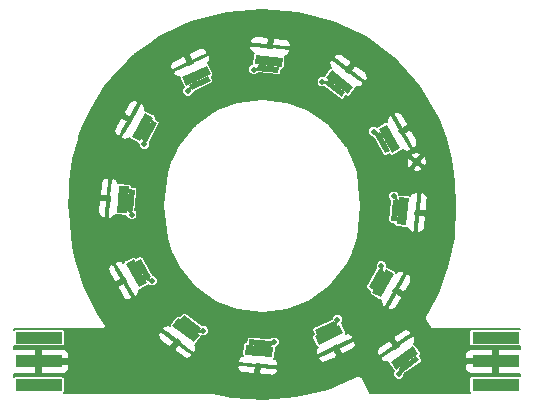
<source format=gtl>
G04 #@! TF.FileFunction,Copper,L1,Top,Signal*
%FSLAX46Y46*%
G04 Gerber Fmt 4.6, Leading zero omitted, Abs format (unit mm)*
G04 Created by KiCad (PCBNEW 4.0.0-rc2-stable) date 3/3/2016 3:47:02 PM*
%MOMM*%
G01*
G04 APERTURE LIST*
%ADD10C,0.150000*%
%ADD11C,0.500000*%
%ADD12R,4.000000X1.000000*%
%ADD13C,0.600000*%
%ADD14C,0.254000*%
%ADD15C,0.152400*%
G04 APERTURE END LIST*
D10*
G36*
X81258798Y-48102372D02*
X79790541Y-49143631D01*
X79501302Y-48735782D01*
X80969559Y-47694523D01*
X81258798Y-48102372D01*
X81258798Y-48102372D01*
G37*
G36*
X80311553Y-46334513D02*
X78435446Y-47665011D01*
X78250333Y-47403987D01*
X80126440Y-46073489D01*
X80311553Y-46334513D01*
X80311553Y-46334513D01*
G37*
G36*
X81173483Y-47549903D02*
X79297377Y-48880401D01*
X78834595Y-48227843D01*
X80710701Y-46897345D01*
X81173483Y-47549903D01*
X81173483Y-47549903D01*
G37*
D11*
X79516907Y-49276389D03*
D10*
G36*
X66866943Y-46334873D02*
X68660441Y-46487736D01*
X68617979Y-46985929D01*
X66824481Y-46833066D01*
X66866943Y-46334873D01*
X66866943Y-46334873D01*
G37*
G36*
X66448848Y-48296453D02*
X68740539Y-48491777D01*
X68713364Y-48810621D01*
X66421673Y-48615297D01*
X66448848Y-48296453D01*
X66448848Y-48296453D01*
G37*
G36*
X66575385Y-46811836D02*
X68867076Y-47007160D01*
X68799137Y-47804270D01*
X66507446Y-47608946D01*
X66575385Y-46811836D01*
X66575385Y-46811836D01*
G37*
D11*
X68955111Y-46563032D03*
D10*
G36*
X61333160Y-44290027D02*
X62773160Y-45370027D01*
X62473160Y-45770027D01*
X61033160Y-44690027D01*
X61333160Y-44290027D01*
X61333160Y-44290027D01*
G37*
G36*
X59939160Y-45732027D02*
X61779160Y-47112027D01*
X61587160Y-47368027D01*
X59747160Y-45988027D01*
X59939160Y-45732027D01*
X59939160Y-45732027D01*
G37*
G36*
X60833160Y-44540027D02*
X62673160Y-45920027D01*
X62193160Y-46560027D01*
X60353160Y-45180027D01*
X60833160Y-44540027D01*
X60833160Y-44540027D01*
G37*
D11*
X62983160Y-45590028D03*
D10*
G36*
X57653910Y-39507114D02*
X58532675Y-41078029D01*
X58096310Y-41322130D01*
X57217545Y-39751215D01*
X57653910Y-39507114D01*
X57653910Y-39507114D01*
G37*
G36*
X55795127Y-40260455D02*
X56917993Y-42267734D01*
X56638719Y-42423959D01*
X55515853Y-40416680D01*
X55795127Y-40260455D01*
X55795127Y-40260455D01*
G37*
G36*
X57095495Y-39533032D02*
X58218361Y-41540312D01*
X57520177Y-41930874D01*
X56397311Y-39923594D01*
X57095495Y-39533032D01*
X57095495Y-39533032D01*
G37*
D11*
X58635500Y-41364257D03*
D10*
G36*
X57145273Y-33668763D02*
X56987128Y-35461802D01*
X56489061Y-35417873D01*
X56647206Y-33624834D01*
X57145273Y-33668763D01*
X57145273Y-33668763D01*
G37*
G36*
X55184933Y-33244891D02*
X54982858Y-35535997D01*
X54664095Y-35507883D01*
X54866170Y-33216777D01*
X55184933Y-33244891D01*
X55184933Y-33244891D01*
G37*
G36*
X56669170Y-33375800D02*
X56467096Y-35666906D01*
X55670190Y-35596620D01*
X55872264Y-33305514D01*
X56669170Y-33375800D01*
X56669170Y-33375800D01*
G37*
D11*
X56910963Y-35756249D03*
D10*
G36*
X59051688Y-28010690D02*
X58173264Y-29581795D01*
X57736846Y-29337788D01*
X58615270Y-27766683D01*
X59051688Y-28010690D01*
X59051688Y-28010690D01*
G37*
G36*
X57436748Y-26821334D02*
X56314317Y-28828857D01*
X56035010Y-28672692D01*
X57157441Y-26665169D01*
X57436748Y-26821334D01*
X57436748Y-26821334D01*
G37*
G36*
X58737274Y-27548474D02*
X57614843Y-29555997D01*
X56916574Y-29165586D01*
X58039005Y-27158063D01*
X58737274Y-27548474D01*
X58737274Y-27548474D01*
G37*
D11*
X57983218Y-29819245D03*
D10*
G36*
X63600158Y-24449807D02*
X61970629Y-25214422D01*
X61758236Y-24761775D01*
X63387765Y-23997160D01*
X63600158Y-24449807D01*
X63600158Y-24449807D01*
G37*
G36*
X62981158Y-22542076D02*
X60898982Y-23519084D01*
X60763050Y-23229390D01*
X62845226Y-22252382D01*
X62981158Y-22542076D01*
X62981158Y-22542076D01*
G37*
G36*
X63614088Y-23890964D02*
X61531912Y-24867971D01*
X61192084Y-24143736D01*
X63274260Y-23166729D01*
X63614088Y-23890964D01*
X63614088Y-23890964D01*
G37*
D11*
X61677802Y-25296593D03*
D10*
G36*
X69317394Y-23734799D02*
X67525476Y-23564418D01*
X67572804Y-23066663D01*
X69364722Y-23237044D01*
X69317394Y-23734799D01*
X69317394Y-23734799D01*
G37*
G36*
X69754637Y-21777398D02*
X67464964Y-21559689D01*
X67495255Y-21241126D01*
X69784928Y-21458835D01*
X69754637Y-21777398D01*
X69754637Y-21777398D01*
G37*
G36*
X69613600Y-23260709D02*
X67323927Y-23042999D01*
X67399652Y-22246591D01*
X69689325Y-22464301D01*
X69613600Y-23260709D01*
X69613600Y-23260709D01*
G37*
D11*
X67231556Y-23486245D03*
D10*
G36*
X74688338Y-25815967D02*
X73250454Y-24733152D01*
X73551236Y-24333739D01*
X74989120Y-25416554D01*
X74688338Y-25815967D01*
X74688338Y-25815967D01*
G37*
G36*
X76085156Y-24376696D02*
X74247859Y-22993100D01*
X74440360Y-22737476D01*
X76277657Y-24121072D01*
X76085156Y-24376696D01*
X76085156Y-24376696D01*
G37*
G36*
X75188826Y-25566945D02*
X73351529Y-24183349D01*
X73832780Y-23544289D01*
X75670077Y-24927885D01*
X75188826Y-25566945D01*
X75188826Y-25566945D01*
G37*
D11*
X73040884Y-24512742D03*
D10*
G36*
X78373431Y-30584612D02*
X77490114Y-29016252D01*
X77925769Y-28770886D01*
X78809086Y-30339246D01*
X78373431Y-30584612D01*
X78373431Y-30584612D01*
G37*
G36*
X80230023Y-29825882D02*
X79101340Y-27821868D01*
X79380159Y-27664834D01*
X80508842Y-29668848D01*
X80230023Y-29825882D01*
X80230023Y-29825882D01*
G37*
G36*
X78931769Y-30557073D02*
X77803086Y-28553058D01*
X78500135Y-28160473D01*
X79628818Y-30164488D01*
X78931769Y-30557073D01*
X78931769Y-30557073D01*
G37*
D11*
X77386460Y-28730322D03*
D10*
G36*
X78878305Y-36294684D02*
X79038320Y-34501811D01*
X79536341Y-34546260D01*
X79376326Y-36339133D01*
X78878305Y-36294684D01*
X78878305Y-36294684D01*
G37*
G36*
X80838202Y-36720600D02*
X81042666Y-34429707D01*
X81361400Y-34458154D01*
X81156936Y-36749047D01*
X80838202Y-36720600D01*
X80838202Y-36720600D01*
G37*
G36*
X79354102Y-36588144D02*
X79558566Y-34297250D01*
X80355398Y-34368368D01*
X80150934Y-36659262D01*
X79354102Y-36588144D01*
X79354102Y-36588144D01*
G37*
D11*
X79114792Y-34207444D03*
D10*
G36*
X76972329Y-41915097D02*
X77850104Y-40343629D01*
X78286623Y-40587455D01*
X77408848Y-42158923D01*
X76972329Y-41915097D01*
X76972329Y-41915097D01*
G37*
G36*
X78587762Y-43103784D02*
X79709362Y-41095797D01*
X79988734Y-41251846D01*
X78867134Y-43259833D01*
X78587762Y-43103784D01*
X78587762Y-43103784D01*
G37*
G36*
X77286936Y-42377183D02*
X78408536Y-40369195D01*
X79106966Y-40759317D01*
X77985366Y-42767305D01*
X77286936Y-42377183D01*
X77286936Y-42377183D01*
G37*
D11*
X78040051Y-40106100D03*
D10*
G36*
X72415309Y-45517607D02*
X74034259Y-44730842D01*
X74252805Y-45180551D01*
X72633855Y-45967316D01*
X72415309Y-45517607D01*
X72415309Y-45517607D01*
G37*
G36*
X73060268Y-47416720D02*
X75128927Y-46411409D01*
X75268796Y-46699222D01*
X73200137Y-47704533D01*
X73060268Y-47416720D01*
X73060268Y-47416720D01*
G37*
G36*
X72409001Y-46076589D02*
X74477660Y-45071278D01*
X74827333Y-45790811D01*
X72758674Y-46796122D01*
X72409001Y-46076589D01*
X72409001Y-46076589D01*
G37*
D11*
X74325939Y-44644685D03*
D12*
X49020836Y-46192207D03*
X49020836Y-48192207D03*
X49020836Y-50192207D03*
D13*
X50020836Y-46192207D03*
X50020836Y-48192207D03*
X50020836Y-50192207D03*
D12*
X87710130Y-50184090D03*
X87710130Y-48184090D03*
X87710130Y-46184090D03*
D13*
X86710130Y-50184090D03*
X86710130Y-48184090D03*
X86710130Y-46184090D03*
D11*
X81032457Y-31312642D03*
D14*
X80380000Y-48420000D02*
X80000000Y-47890000D01*
X80380000Y-48420000D02*
X80000000Y-47890000D01*
X80380000Y-48420000D02*
X80000000Y-47890000D01*
X80380000Y-48420000D02*
X80000000Y-47890000D01*
X80380000Y-48420000D02*
X80000000Y-47890000D01*
X80380000Y-48420000D02*
X80000000Y-47890000D01*
X80380000Y-48420000D02*
X80000000Y-47890000D01*
X80380000Y-48420000D02*
X80000000Y-47890000D01*
X80380000Y-48420000D02*
X80000000Y-47890000D01*
X80000000Y-47890000D02*
X79520000Y-49280000D01*
X80000000Y-47890000D02*
X79520000Y-49280000D01*
X80000000Y-47890000D02*
X79520000Y-49280000D01*
X80000000Y-47890000D02*
X79520000Y-49280000D01*
X80000000Y-47890000D02*
X79520000Y-49280000D01*
X80000000Y-47890000D02*
X79520000Y-49280000D01*
X80000000Y-47890000D02*
X79520000Y-49280000D01*
X80000000Y-47890000D02*
X79520000Y-49280000D01*
X80000000Y-47890000D02*
X79520000Y-49280000D01*
X67740000Y-46660000D02*
X67690000Y-47310000D01*
X67740000Y-46660000D02*
X67690000Y-47310000D01*
X67740000Y-46660000D02*
X67690000Y-47310000D01*
X67740000Y-46660000D02*
X67690000Y-47310000D01*
X67740000Y-46660000D02*
X67690000Y-47310000D01*
X67740000Y-46660000D02*
X67690000Y-47310000D01*
X67740000Y-46660000D02*
X67690000Y-47310000D01*
X67740000Y-46660000D02*
X67690000Y-47310000D01*
X67740000Y-46660000D02*
X67690000Y-47310000D01*
X67690000Y-47310000D02*
X68960000Y-46560000D01*
X67690000Y-47310000D02*
X68960000Y-46560000D01*
X67690000Y-47310000D02*
X68960000Y-46560000D01*
X67690000Y-47310000D02*
X68960000Y-46560000D01*
X67690000Y-47310000D02*
X68960000Y-46560000D01*
X67690000Y-47310000D02*
X68960000Y-46560000D01*
X67690000Y-47310000D02*
X68960000Y-46560000D01*
X67690000Y-47310000D02*
X68960000Y-46560000D01*
X67690000Y-47310000D02*
X68960000Y-46560000D01*
X61900000Y-45030000D02*
X61510000Y-45550000D01*
X61900000Y-45030000D02*
X61510000Y-45550000D01*
X61900000Y-45030000D02*
X61510000Y-45550000D01*
X61900000Y-45030000D02*
X61510000Y-45550000D01*
X61900000Y-45030000D02*
X61510000Y-45550000D01*
X61900000Y-45030000D02*
X61510000Y-45550000D01*
X61900000Y-45030000D02*
X61510000Y-45550000D01*
X61900000Y-45030000D02*
X61510000Y-45550000D01*
X61900000Y-45030000D02*
X61510000Y-45550000D01*
X61510000Y-45550000D02*
X62980000Y-45590000D01*
X61510000Y-45550000D02*
X62980000Y-45590000D01*
X61510000Y-45550000D02*
X62980000Y-45590000D01*
X61510000Y-45550000D02*
X62980000Y-45590000D01*
X61510000Y-45550000D02*
X62980000Y-45590000D01*
X61510000Y-45550000D02*
X62980000Y-45590000D01*
X61510000Y-45550000D02*
X62980000Y-45590000D01*
X61510000Y-45550000D02*
X62980000Y-45590000D01*
X61510000Y-45550000D02*
X62980000Y-45590000D01*
X57880000Y-40410000D02*
X57310000Y-40730000D01*
X57880000Y-40410000D02*
X57310000Y-40730000D01*
X57880000Y-40410000D02*
X57310000Y-40730000D01*
X57880000Y-40410000D02*
X57310000Y-40730000D01*
X57880000Y-40410000D02*
X57310000Y-40730000D01*
X57880000Y-40410000D02*
X57310000Y-40730000D01*
X57880000Y-40410000D02*
X57310000Y-40730000D01*
X57880000Y-40410000D02*
X57310000Y-40730000D01*
X57880000Y-40410000D02*
X57310000Y-40730000D01*
X57310000Y-40730000D02*
X58640000Y-41360000D01*
X57310000Y-40730000D02*
X58640000Y-41360000D01*
X57310000Y-40730000D02*
X58640000Y-41360000D01*
X57310000Y-40730000D02*
X58640000Y-41360000D01*
X57310000Y-40730000D02*
X58640000Y-41360000D01*
X57310000Y-40730000D02*
X58640000Y-41360000D01*
X57310000Y-40730000D02*
X58640000Y-41360000D01*
X57310000Y-40730000D02*
X58640000Y-41360000D01*
X57310000Y-40730000D02*
X58640000Y-41360000D01*
X56820000Y-34540000D02*
X56170000Y-34490000D01*
X56820000Y-34540000D02*
X56170000Y-34490000D01*
X56820000Y-34540000D02*
X56170000Y-34490000D01*
X56820000Y-34540000D02*
X56170000Y-34490000D01*
X56820000Y-34540000D02*
X56170000Y-34490000D01*
X56820000Y-34540000D02*
X56170000Y-34490000D01*
X56820000Y-34540000D02*
X56170000Y-34490000D01*
X56820000Y-34540000D02*
X56170000Y-34490000D01*
X56820000Y-34540000D02*
X56170000Y-34490000D01*
X56170000Y-34490000D02*
X56910000Y-35760000D01*
X56170000Y-34490000D02*
X56910000Y-35760000D01*
X56170000Y-34490000D02*
X56910000Y-35760000D01*
X56170000Y-34490000D02*
X56910000Y-35760000D01*
X56170000Y-34490000D02*
X56910000Y-35760000D01*
X56170000Y-34490000D02*
X56910000Y-35760000D01*
X56170000Y-34490000D02*
X56910000Y-35760000D01*
X56170000Y-34490000D02*
X56910000Y-35760000D01*
X56170000Y-34490000D02*
X56910000Y-35760000D01*
X58390000Y-28670000D02*
X57830000Y-28360000D01*
X58390000Y-28670000D02*
X57830000Y-28360000D01*
X58390000Y-28670000D02*
X57830000Y-28360000D01*
X58390000Y-28670000D02*
X57830000Y-28360000D01*
X58390000Y-28670000D02*
X57830000Y-28360000D01*
X58390000Y-28670000D02*
X57830000Y-28360000D01*
X58390000Y-28670000D02*
X57830000Y-28360000D01*
X58390000Y-28670000D02*
X57830000Y-28360000D01*
X58390000Y-28670000D02*
X57830000Y-28360000D01*
X57830000Y-28360000D02*
X57980000Y-29820000D01*
X57830000Y-28360000D02*
X57980000Y-29820000D01*
X57830000Y-28360000D02*
X57980000Y-29820000D01*
X57830000Y-28360000D02*
X57980000Y-29820000D01*
X57830000Y-28360000D02*
X57980000Y-29820000D01*
X57830000Y-28360000D02*
X57980000Y-29820000D01*
X57830000Y-28360000D02*
X57980000Y-29820000D01*
X57830000Y-28360000D02*
X57980000Y-29820000D01*
X57830000Y-28360000D02*
X57980000Y-29820000D01*
X62680000Y-24610000D02*
X62400000Y-24020000D01*
X62680000Y-24610000D02*
X62400000Y-24020000D01*
X62680000Y-24610000D02*
X62400000Y-24020000D01*
X62680000Y-24610000D02*
X62400000Y-24020000D01*
X62680000Y-24610000D02*
X62400000Y-24020000D01*
X62680000Y-24610000D02*
X62400000Y-24020000D01*
X62680000Y-24610000D02*
X62400000Y-24020000D01*
X62680000Y-24610000D02*
X62400000Y-24020000D01*
X62680000Y-24610000D02*
X62400000Y-24020000D01*
X62400000Y-24020000D02*
X61680000Y-25300000D01*
X62400000Y-24020000D02*
X61680000Y-25300000D01*
X62400000Y-24020000D02*
X61680000Y-25300000D01*
X62400000Y-24020000D02*
X61680000Y-25300000D01*
X62400000Y-24020000D02*
X61680000Y-25300000D01*
X62400000Y-24020000D02*
X61680000Y-25300000D01*
X62400000Y-24020000D02*
X61680000Y-25300000D01*
X62400000Y-24020000D02*
X61680000Y-25300000D01*
X62400000Y-24020000D02*
X61680000Y-25300000D01*
X68450000Y-23400000D02*
X68510000Y-22750000D01*
X68450000Y-23400000D02*
X68510000Y-22750000D01*
X68450000Y-23400000D02*
X68510000Y-22750000D01*
X68450000Y-23400000D02*
X68510000Y-22750000D01*
X68450000Y-23400000D02*
X68510000Y-22750000D01*
X68450000Y-23400000D02*
X68510000Y-22750000D01*
X68450000Y-23400000D02*
X68510000Y-22750000D01*
X68450000Y-23400000D02*
X68510000Y-22750000D01*
X68450000Y-23400000D02*
X68510000Y-22750000D01*
X68510000Y-22750000D02*
X67230000Y-23490000D01*
X68510000Y-22750000D02*
X67230000Y-23490000D01*
X68510000Y-22750000D02*
X67230000Y-23490000D01*
X68510000Y-22750000D02*
X67230000Y-23490000D01*
X68510000Y-22750000D02*
X67230000Y-23490000D01*
X68510000Y-22750000D02*
X67230000Y-23490000D01*
X68510000Y-22750000D02*
X67230000Y-23490000D01*
X68510000Y-22750000D02*
X67230000Y-23490000D01*
X68510000Y-22750000D02*
X67230000Y-23490000D01*
X74120000Y-25070000D02*
X74510000Y-24560000D01*
X74120000Y-25070000D02*
X74510000Y-24560000D01*
X74120000Y-25070000D02*
X74510000Y-24560000D01*
X74120000Y-25070000D02*
X74510000Y-24560000D01*
X74120000Y-25070000D02*
X74510000Y-24560000D01*
X74120000Y-25070000D02*
X74510000Y-24560000D01*
X74120000Y-25070000D02*
X74510000Y-24560000D01*
X74120000Y-25070000D02*
X74510000Y-24560000D01*
X74120000Y-25070000D02*
X74510000Y-24560000D01*
X74510000Y-24560000D02*
X73040000Y-24510000D01*
X74510000Y-24560000D02*
X73040000Y-24510000D01*
X74510000Y-24560000D02*
X73040000Y-24510000D01*
X74510000Y-24560000D02*
X73040000Y-24510000D01*
X74510000Y-24560000D02*
X73040000Y-24510000D01*
X74510000Y-24560000D02*
X73040000Y-24510000D01*
X74510000Y-24560000D02*
X73040000Y-24510000D01*
X74510000Y-24560000D02*
X73040000Y-24510000D01*
X74510000Y-24560000D02*
X73040000Y-24510000D01*
X78150000Y-29680000D02*
X78720000Y-29360000D01*
X78150000Y-29680000D02*
X78720000Y-29360000D01*
X78150000Y-29680000D02*
X78720000Y-29360000D01*
X78150000Y-29680000D02*
X78720000Y-29360000D01*
X78150000Y-29680000D02*
X78720000Y-29360000D01*
X78150000Y-29680000D02*
X78720000Y-29360000D01*
X78150000Y-29680000D02*
X78720000Y-29360000D01*
X78150000Y-29680000D02*
X78720000Y-29360000D01*
X78150000Y-29680000D02*
X78720000Y-29360000D01*
X78720000Y-29360000D02*
X77390000Y-28730000D01*
X78720000Y-29360000D02*
X77390000Y-28730000D01*
X78720000Y-29360000D02*
X77390000Y-28730000D01*
X78720000Y-29360000D02*
X77390000Y-28730000D01*
X78720000Y-29360000D02*
X77390000Y-28730000D01*
X78720000Y-29360000D02*
X77390000Y-28730000D01*
X78720000Y-29360000D02*
X77390000Y-28730000D01*
X78720000Y-29360000D02*
X77390000Y-28730000D01*
X78720000Y-29360000D02*
X77390000Y-28730000D01*
X79210000Y-35420000D02*
X79850000Y-35480000D01*
X79210000Y-35420000D02*
X79850000Y-35480000D01*
X79210000Y-35420000D02*
X79850000Y-35480000D01*
X79210000Y-35420000D02*
X79850000Y-35480000D01*
X79210000Y-35420000D02*
X79850000Y-35480000D01*
X79210000Y-35420000D02*
X79850000Y-35480000D01*
X79210000Y-35420000D02*
X79850000Y-35480000D01*
X79210000Y-35420000D02*
X79850000Y-35480000D01*
X79210000Y-35420000D02*
X79850000Y-35480000D01*
X79850000Y-35480000D02*
X79110000Y-34210000D01*
X79850000Y-35480000D02*
X79110000Y-34210000D01*
X79850000Y-35480000D02*
X79110000Y-34210000D01*
X79850000Y-35480000D02*
X79110000Y-34210000D01*
X79850000Y-35480000D02*
X79110000Y-34210000D01*
X79850000Y-35480000D02*
X79110000Y-34210000D01*
X79850000Y-35480000D02*
X79110000Y-34210000D01*
X79850000Y-35480000D02*
X79110000Y-34210000D01*
X79850000Y-35480000D02*
X79110000Y-34210000D01*
X77630000Y-41250000D02*
X78200000Y-41570000D01*
X77630000Y-41250000D02*
X78200000Y-41570000D01*
X77630000Y-41250000D02*
X78200000Y-41570000D01*
X77630000Y-41250000D02*
X78200000Y-41570000D01*
X77630000Y-41250000D02*
X78200000Y-41570000D01*
X77630000Y-41250000D02*
X78200000Y-41570000D01*
X77630000Y-41250000D02*
X78200000Y-41570000D01*
X77630000Y-41250000D02*
X78200000Y-41570000D01*
X77630000Y-41250000D02*
X78200000Y-41570000D01*
X78200000Y-41570000D02*
X78040000Y-40110000D01*
X78200000Y-41570000D02*
X78040000Y-40110000D01*
X78200000Y-41570000D02*
X78040000Y-40110000D01*
X78200000Y-41570000D02*
X78040000Y-40110000D01*
X78200000Y-41570000D02*
X78040000Y-40110000D01*
X78200000Y-41570000D02*
X78040000Y-40110000D01*
X78200000Y-41570000D02*
X78040000Y-40110000D01*
X78200000Y-41570000D02*
X78040000Y-40110000D01*
X78200000Y-41570000D02*
X78040000Y-40110000D01*
X73330000Y-45350000D02*
X73620000Y-45930000D01*
X73330000Y-45350000D02*
X73620000Y-45930000D01*
X73330000Y-45350000D02*
X73620000Y-45930000D01*
X73330000Y-45350000D02*
X73620000Y-45930000D01*
X73330000Y-45350000D02*
X73620000Y-45930000D01*
X73330000Y-45350000D02*
X73620000Y-45930000D01*
X73330000Y-45350000D02*
X73620000Y-45930000D01*
X73330000Y-45350000D02*
X73620000Y-45930000D01*
X73330000Y-45350000D02*
X73620000Y-45930000D01*
X73620000Y-45930000D02*
X74330000Y-44640000D01*
X73620000Y-45930000D02*
X74330000Y-44640000D01*
X73620000Y-45930000D02*
X74330000Y-44640000D01*
X73620000Y-45930000D02*
X74330000Y-44640000D01*
X73620000Y-45930000D02*
X74330000Y-44640000D01*
X73620000Y-45930000D02*
X74330000Y-44640000D01*
X73620000Y-45930000D02*
X74330000Y-44640000D01*
X73620000Y-45930000D02*
X74330000Y-44640000D01*
X73620000Y-45930000D02*
X74330000Y-44640000D01*
D15*
G36*
X70993118Y-18705634D02*
X73965699Y-19473386D01*
X76737567Y-20761027D01*
X79201515Y-22567268D01*
X81272764Y-24893742D01*
X82907667Y-27740049D01*
X83523972Y-29344399D01*
X83966259Y-31093889D01*
X84232263Y-32965768D01*
X84321026Y-34987598D01*
X84153178Y-37732404D01*
X83631483Y-40193231D01*
X82824433Y-42417537D01*
X81763019Y-44451088D01*
X81753380Y-44484024D01*
X81739039Y-44515205D01*
X81738252Y-44535716D01*
X81732486Y-44555417D01*
X81736185Y-44589538D01*
X81734869Y-44623829D01*
X81741990Y-44643079D01*
X81744203Y-44663487D01*
X81760678Y-44693594D01*
X81772585Y-44725781D01*
X82122585Y-45295781D01*
X82144820Y-45319792D01*
X82163000Y-45347000D01*
X82181403Y-45359296D01*
X82196445Y-45375540D01*
X82226179Y-45389215D01*
X82253384Y-45407393D01*
X82275093Y-45411711D01*
X82295205Y-45420961D01*
X82327907Y-45422216D01*
X82360000Y-45428600D01*
X89761400Y-45428600D01*
X89761400Y-45461394D01*
X89710130Y-45451012D01*
X85710130Y-45451012D01*
X85625416Y-45466952D01*
X85547612Y-45517018D01*
X85495415Y-45593410D01*
X85477052Y-45684090D01*
X85477052Y-46684090D01*
X85492992Y-46768804D01*
X85543058Y-46846608D01*
X85619450Y-46898805D01*
X85710130Y-46917168D01*
X89710130Y-46917168D01*
X89761400Y-46907521D01*
X89761400Y-47099890D01*
X88033980Y-47099890D01*
X87887930Y-47245940D01*
X87887930Y-48006290D01*
X87907930Y-48006290D01*
X87907930Y-48361890D01*
X87887930Y-48361890D01*
X87887930Y-49122240D01*
X88033980Y-49268290D01*
X89761400Y-49268290D01*
X89761400Y-49461394D01*
X89710130Y-49451012D01*
X85710130Y-49451012D01*
X85625416Y-49466952D01*
X85547612Y-49517018D01*
X85495415Y-49593410D01*
X85477052Y-49684090D01*
X85477052Y-50684090D01*
X85492992Y-50768804D01*
X85543058Y-50846608D01*
X85579342Y-50871400D01*
X85340000Y-50871400D01*
X85289726Y-50881400D01*
X77077623Y-50881400D01*
X76366143Y-49539495D01*
X76338903Y-49506075D01*
X76314489Y-49470520D01*
X76304779Y-49464208D01*
X76297464Y-49455234D01*
X76259506Y-49434781D01*
X76223347Y-49411277D01*
X76211962Y-49409162D01*
X76201768Y-49403669D01*
X76158867Y-49399298D01*
X76116471Y-49391422D01*
X76105144Y-49393825D01*
X76093624Y-49392651D01*
X76052317Y-49405030D01*
X76010133Y-49413978D01*
X73490929Y-50495053D01*
X70833657Y-51154450D01*
X68106522Y-51400582D01*
X65389425Y-51223380D01*
X63830255Y-50877994D01*
X63799839Y-50877335D01*
X63770000Y-50871400D01*
X51164518Y-50871400D01*
X51183354Y-50859279D01*
X51235551Y-50782887D01*
X51253914Y-50692207D01*
X51253914Y-49692207D01*
X51237974Y-49607493D01*
X51187908Y-49529689D01*
X51111516Y-49477492D01*
X51020836Y-49459129D01*
X47020836Y-49459129D01*
X46936122Y-49475069D01*
X46908600Y-49492779D01*
X46908600Y-49276407D01*
X48696986Y-49276407D01*
X48843036Y-49130357D01*
X48843036Y-48370007D01*
X48823036Y-48370007D01*
X48823036Y-48130540D01*
X49121424Y-48130540D01*
X49166289Y-48479424D01*
X49198636Y-48557517D01*
X49198636Y-49130357D01*
X49344686Y-49276407D01*
X51137040Y-49276407D01*
X51351758Y-49187468D01*
X51516097Y-49023130D01*
X51605036Y-48808412D01*
X51605036Y-48681469D01*
X65829715Y-48681469D01*
X65900098Y-48902965D01*
X66049887Y-49080665D01*
X66256276Y-49187518D01*
X66487845Y-49207255D01*
X67195226Y-49267546D01*
X67317324Y-49164626D01*
X67707467Y-49164626D01*
X67840586Y-49322551D01*
X68547966Y-49382842D01*
X68779536Y-49402579D01*
X69001031Y-49332196D01*
X69178732Y-49182408D01*
X69285585Y-48976019D01*
X69289844Y-48926045D01*
X69156725Y-48768120D01*
X67751470Y-48648347D01*
X67707467Y-49164626D01*
X67317324Y-49164626D01*
X67353151Y-49134427D01*
X67397154Y-48618149D01*
X65991899Y-48498376D01*
X65833974Y-48631496D01*
X65829715Y-48681469D01*
X51605036Y-48681469D01*
X51605036Y-48516057D01*
X51458986Y-48370007D01*
X50888756Y-48370007D01*
X50920248Y-48253874D01*
X50910881Y-48181029D01*
X65872368Y-48181029D01*
X66005487Y-48338954D01*
X67410742Y-48458727D01*
X67417536Y-48379015D01*
X67771852Y-48409215D01*
X67765058Y-48488925D01*
X69170313Y-48608698D01*
X69328238Y-48475578D01*
X69332497Y-48425605D01*
X69262114Y-48204109D01*
X69112325Y-48026409D01*
X69098573Y-48019289D01*
X72703568Y-48019289D01*
X72725490Y-48064399D01*
X72899335Y-48218645D01*
X73118975Y-48294623D01*
X73350970Y-48280764D01*
X73560003Y-48179180D01*
X73811758Y-48056834D01*
X77997124Y-48056834D01*
X78026137Y-48097745D01*
X78222894Y-48221441D01*
X78452011Y-48260425D01*
X78606074Y-48225299D01*
X78606996Y-48278083D01*
X78644474Y-48362673D01*
X79107176Y-49015119D01*
X79038391Y-49180772D01*
X79038224Y-49371171D01*
X79110933Y-49547140D01*
X79245448Y-49681889D01*
X79421290Y-49754905D01*
X79611689Y-49755072D01*
X79787658Y-49682363D01*
X79922407Y-49547848D01*
X79995423Y-49372006D01*
X79995500Y-49284018D01*
X81393628Y-48292493D01*
X81453509Y-48230486D01*
X81488012Y-48144639D01*
X81486397Y-48052132D01*
X81448919Y-47967542D01*
X81294510Y-47749813D01*
X81308313Y-47740024D01*
X81368194Y-47678017D01*
X81402697Y-47592170D01*
X81402274Y-47567885D01*
X85125930Y-47567885D01*
X85125930Y-47860240D01*
X85271980Y-48006290D01*
X85842210Y-48006290D01*
X85810718Y-48122423D01*
X85841512Y-48361890D01*
X85271980Y-48361890D01*
X85125930Y-48507940D01*
X85125930Y-48800295D01*
X85214869Y-49015013D01*
X85379208Y-49179351D01*
X85593926Y-49268290D01*
X87386280Y-49268290D01*
X87532330Y-49122240D01*
X87532330Y-48530488D01*
X87609542Y-48245757D01*
X87564677Y-47896873D01*
X87532330Y-47818780D01*
X87532330Y-47245940D01*
X87386280Y-47099890D01*
X85593926Y-47099890D01*
X85379208Y-47188829D01*
X85214869Y-47353167D01*
X85125930Y-47567885D01*
X81402274Y-47567885D01*
X81401082Y-47499663D01*
X81363604Y-47415073D01*
X80900822Y-46762515D01*
X80838815Y-46702635D01*
X80784024Y-46680613D01*
X80867982Y-46547066D01*
X80906968Y-46317949D01*
X80855306Y-46091355D01*
X80826292Y-46050443D01*
X80622673Y-46015797D01*
X79472252Y-46831653D01*
X79518530Y-46896908D01*
X79228468Y-47102615D01*
X79182190Y-47037359D01*
X78031770Y-47853215D01*
X77997124Y-48056834D01*
X73811758Y-48056834D01*
X74198540Y-47868869D01*
X74266062Y-47673672D01*
X74039583Y-47207639D01*
X72771090Y-47824092D01*
X72703568Y-48019289D01*
X69098573Y-48019289D01*
X68971999Y-47953758D01*
X69005375Y-47912857D01*
X69031373Y-47824064D01*
X69099312Y-47026954D01*
X69098762Y-47021523D01*
X69225862Y-46969006D01*
X69360611Y-46834491D01*
X69433627Y-46658649D01*
X69433794Y-46468250D01*
X69361085Y-46292281D01*
X69226570Y-46157532D01*
X69061238Y-46088880D01*
X72176247Y-46088880D01*
X72199367Y-46178465D01*
X72549040Y-46897998D01*
X72600404Y-46967224D01*
X72650850Y-46997921D01*
X72546157Y-47115917D01*
X72470178Y-47335557D01*
X72484036Y-47567552D01*
X72505959Y-47612662D01*
X72701156Y-47680185D01*
X73969648Y-47063733D01*
X73964048Y-47052209D01*
X74359416Y-47052209D01*
X74585895Y-47518242D01*
X74781092Y-47585765D01*
X75121057Y-47420551D01*
X77654918Y-47420551D01*
X77706580Y-47647145D01*
X77735594Y-47688057D01*
X77939213Y-47722703D01*
X79089634Y-46906847D01*
X78789896Y-46484193D01*
X78586276Y-46449547D01*
X78007175Y-46860234D01*
X77817600Y-46994678D01*
X77693904Y-47191434D01*
X77654918Y-47420551D01*
X75121057Y-47420551D01*
X75419628Y-47275454D01*
X75628661Y-47173870D01*
X75782907Y-47000025D01*
X75858886Y-46780385D01*
X75845028Y-46548390D01*
X75823105Y-46503280D01*
X75627908Y-46435757D01*
X74359416Y-47052209D01*
X73964048Y-47052209D01*
X73934681Y-46991779D01*
X74254514Y-46836350D01*
X74289481Y-46908303D01*
X75557974Y-46291850D01*
X75562596Y-46278487D01*
X79079958Y-46278487D01*
X79379696Y-46701141D01*
X80530116Y-45885285D01*
X80564762Y-45681666D01*
X80535749Y-45640755D01*
X80338992Y-45517059D01*
X80109875Y-45478075D01*
X79883281Y-45529737D01*
X79693705Y-45664180D01*
X79114604Y-46074867D01*
X79079958Y-46278487D01*
X75562596Y-46278487D01*
X75625496Y-46096653D01*
X75603574Y-46051543D01*
X75429729Y-45897297D01*
X75210089Y-45821319D01*
X75052352Y-45830742D01*
X75060087Y-45778520D01*
X75036967Y-45688935D01*
X74687294Y-44969402D01*
X74683377Y-44964123D01*
X74731439Y-44916144D01*
X74804455Y-44740302D01*
X74804622Y-44549903D01*
X74731913Y-44373934D01*
X74597398Y-44239185D01*
X74421556Y-44166169D01*
X74231157Y-44166002D01*
X74055188Y-44238711D01*
X73920439Y-44373226D01*
X73847423Y-44549068D01*
X73847411Y-44562502D01*
X72313433Y-45307973D01*
X72244207Y-45359337D01*
X72196111Y-45438375D01*
X72182555Y-45529898D01*
X72205675Y-45619483D01*
X72322345Y-45859559D01*
X72307125Y-45866955D01*
X72237899Y-45918319D01*
X72189803Y-45997357D01*
X72176247Y-46088880D01*
X69061238Y-46088880D01*
X69050728Y-46084516D01*
X68860329Y-46084349D01*
X68684360Y-46157058D01*
X68593180Y-46248080D01*
X66886737Y-46102637D01*
X66800975Y-46111325D01*
X66719200Y-46154603D01*
X66660705Y-46226286D01*
X66634707Y-46315079D01*
X66612039Y-46581037D01*
X66595179Y-46579600D01*
X66509417Y-46588288D01*
X66427642Y-46631566D01*
X66369147Y-46703249D01*
X66343149Y-46792042D01*
X66275210Y-47589152D01*
X66283898Y-47674914D01*
X66311520Y-47727106D01*
X66161181Y-47774878D01*
X65983480Y-47924666D01*
X65876627Y-48131055D01*
X65872368Y-48181029D01*
X50910881Y-48181029D01*
X50889454Y-48014407D01*
X51458986Y-48014407D01*
X51605036Y-47868357D01*
X51605036Y-47576002D01*
X51516097Y-47361284D01*
X51351758Y-47196946D01*
X51202755Y-47135227D01*
X60546510Y-47135227D01*
X60575720Y-47339697D01*
X61143676Y-47765664D01*
X61329603Y-47905110D01*
X61554740Y-47962789D01*
X61784814Y-47929922D01*
X61984797Y-47811511D01*
X62014890Y-47771387D01*
X61985680Y-47566917D01*
X60857400Y-46720707D01*
X60546510Y-47135227D01*
X51202755Y-47135227D01*
X51137040Y-47108007D01*
X49344686Y-47108007D01*
X49198636Y-47254057D01*
X49198636Y-47845809D01*
X49121424Y-48130540D01*
X48823036Y-48130540D01*
X48823036Y-48014407D01*
X48843036Y-48014407D01*
X48843036Y-47254057D01*
X48696986Y-47108007D01*
X46908600Y-47108007D01*
X46908600Y-46892193D01*
X46930156Y-46906922D01*
X47020836Y-46925285D01*
X51020836Y-46925285D01*
X51105550Y-46909345D01*
X51183354Y-46859279D01*
X51235551Y-46782887D01*
X51253914Y-46692207D01*
X51253914Y-45955608D01*
X59152398Y-45955608D01*
X59185266Y-46185682D01*
X59303677Y-46385664D01*
X59489604Y-46525110D01*
X60057560Y-46951077D01*
X60262030Y-46921867D01*
X60572920Y-46507347D01*
X59444640Y-45661136D01*
X59240170Y-45690346D01*
X59210077Y-45730470D01*
X59152398Y-45955608D01*
X51253914Y-45955608D01*
X51253914Y-45692207D01*
X51237974Y-45607493D01*
X51187908Y-45529689D01*
X51111516Y-45477492D01*
X51020836Y-45459129D01*
X47020836Y-45459129D01*
X46936122Y-45475069D01*
X46908600Y-45492779D01*
X46908600Y-45428600D01*
X54440000Y-45428600D01*
X54475075Y-45421623D01*
X54510774Y-45419461D01*
X54527916Y-45411113D01*
X54546616Y-45407393D01*
X54576352Y-45387524D01*
X54608505Y-45371865D01*
X54621147Y-45357593D01*
X54637000Y-45347000D01*
X54649249Y-45328667D01*
X59511430Y-45328667D01*
X59540640Y-45533137D01*
X60668920Y-46379347D01*
X60716920Y-46315347D01*
X61001400Y-46528707D01*
X60953400Y-46592707D01*
X62081680Y-47438918D01*
X62286150Y-47409708D01*
X62316243Y-47369584D01*
X62373922Y-47144446D01*
X62341054Y-46914372D01*
X62260545Y-46778401D01*
X62310524Y-46761400D01*
X62379622Y-46699874D01*
X62859622Y-46059874D01*
X62860817Y-46057446D01*
X62887543Y-46068544D01*
X63077942Y-46068711D01*
X63253911Y-45996002D01*
X63388660Y-45861487D01*
X63461676Y-45685645D01*
X63461843Y-45495246D01*
X63389134Y-45319277D01*
X63254619Y-45184528D01*
X63078777Y-45111512D01*
X62888378Y-45111345D01*
X62842170Y-45130438D01*
X61473007Y-44103565D01*
X61395672Y-44065488D01*
X61303388Y-44058858D01*
X61215796Y-44088654D01*
X61146698Y-44150180D01*
X60986544Y-44363718D01*
X60973007Y-44353565D01*
X60895672Y-44315488D01*
X60803388Y-44308858D01*
X60715796Y-44338654D01*
X60646698Y-44400180D01*
X60166698Y-45040180D01*
X60128621Y-45117515D01*
X60124389Y-45176414D01*
X59971580Y-45137265D01*
X59741506Y-45170132D01*
X59541523Y-45288543D01*
X59511430Y-45328667D01*
X54649249Y-45328667D01*
X54656869Y-45317264D01*
X54680583Y-45290492D01*
X54686801Y-45272468D01*
X54697393Y-45256616D01*
X54704370Y-45221538D01*
X54716033Y-45187731D01*
X54714880Y-45168700D01*
X54718600Y-45150000D01*
X54711623Y-45114925D01*
X54709461Y-45079226D01*
X54701113Y-45062084D01*
X54697393Y-45043384D01*
X54677524Y-45013648D01*
X54661865Y-44981495D01*
X54077575Y-44212179D01*
X52965565Y-41988161D01*
X55725542Y-41988161D01*
X56072139Y-42607752D01*
X56185601Y-42810582D01*
X56368047Y-42954553D01*
X56591701Y-43017746D01*
X56822512Y-42990540D01*
X56866283Y-42966054D01*
X56922444Y-42767290D01*
X56233907Y-41536435D01*
X55781702Y-41789397D01*
X55725542Y-41988161D01*
X52965565Y-41988161D01*
X52751220Y-41559472D01*
X52420507Y-40369662D01*
X54922067Y-40369662D01*
X54949273Y-40600473D01*
X55062736Y-40803303D01*
X55409333Y-41422894D01*
X55608097Y-41479054D01*
X56060302Y-41226092D01*
X55371765Y-39995237D01*
X55173001Y-39939076D01*
X55129229Y-39963562D01*
X54985259Y-40146008D01*
X54922067Y-40369662D01*
X52420507Y-40369662D01*
X52294722Y-39917124D01*
X55511402Y-39917124D01*
X56199939Y-41147979D01*
X56269757Y-41108923D01*
X56443362Y-41419266D01*
X56373544Y-41458322D01*
X57062081Y-42689177D01*
X57260845Y-42745338D01*
X57304617Y-42720852D01*
X57448587Y-42538406D01*
X57511779Y-42314752D01*
X57493281Y-42157820D01*
X57545862Y-42162532D01*
X57633966Y-42134288D01*
X58332150Y-41743726D01*
X58335370Y-41741036D01*
X58364041Y-41769757D01*
X58539883Y-41842773D01*
X58730282Y-41842940D01*
X58906251Y-41770231D01*
X59041000Y-41635716D01*
X59114016Y-41459874D01*
X59114183Y-41269475D01*
X59041474Y-41093506D01*
X58906959Y-40958757D01*
X58731117Y-40885741D01*
X58692158Y-40885707D01*
X57857324Y-39393325D01*
X57802055Y-39327174D01*
X57720377Y-39283714D01*
X57628225Y-39275456D01*
X57540121Y-39303700D01*
X57307171Y-39434012D01*
X57298909Y-39419243D01*
X57243640Y-39353092D01*
X57161962Y-39309632D01*
X57069810Y-39301374D01*
X56981706Y-39329618D01*
X56283522Y-39720180D01*
X56217371Y-39775449D01*
X56189633Y-39827580D01*
X56065799Y-39729861D01*
X55842145Y-39666668D01*
X55611334Y-39693874D01*
X55567563Y-39718360D01*
X55511402Y-39917124D01*
X52294722Y-39917124D01*
X51895510Y-38480882D01*
X51657237Y-35572310D01*
X54071945Y-35572310D01*
X54141675Y-35794012D01*
X54290939Y-35972154D01*
X54497013Y-36079614D01*
X54546974Y-36084020D01*
X54688514Y-35965424D01*
X54864672Y-35965424D01*
X54997326Y-36123741D01*
X55047287Y-36128148D01*
X55268988Y-36058417D01*
X55447129Y-35909152D01*
X55520193Y-35769040D01*
X55560996Y-35802537D01*
X55649712Y-35828797D01*
X56446618Y-35899083D01*
X56451919Y-35898562D01*
X56504989Y-36027000D01*
X56639504Y-36161749D01*
X56815346Y-36234765D01*
X57005745Y-36234932D01*
X57181714Y-36162223D01*
X57316463Y-36027708D01*
X57389479Y-35851866D01*
X57389646Y-35661467D01*
X57316937Y-35485498D01*
X57226970Y-35395375D01*
X57260020Y-35020654D01*
X59583092Y-35020654D01*
X59883092Y-37730654D01*
X59891360Y-37756770D01*
X59894366Y-37784004D01*
X60264366Y-38954003D01*
X60275242Y-38973787D01*
X60281288Y-38995540D01*
X60811288Y-40045540D01*
X60828640Y-40067723D01*
X60841462Y-40092798D01*
X62201462Y-41812797D01*
X62229545Y-41836712D01*
X62254364Y-41864015D01*
X63904365Y-43084015D01*
X63937890Y-43099812D01*
X63969156Y-43119708D01*
X65849156Y-43849708D01*
X65883076Y-43855672D01*
X65915781Y-43866491D01*
X67935781Y-44116491D01*
X67970084Y-44113975D01*
X68004387Y-44116470D01*
X70014387Y-43866470D01*
X70048208Y-43855259D01*
X70083232Y-43848768D01*
X70698433Y-43603342D01*
X78583626Y-43603342D01*
X78639911Y-43802071D01*
X78683699Y-43826529D01*
X78914527Y-43853590D01*
X79138140Y-43790256D01*
X79320495Y-43646170D01*
X79433830Y-43443268D01*
X79780037Y-42823459D01*
X79723751Y-42624730D01*
X79271386Y-42372053D01*
X78583626Y-43603342D01*
X70698433Y-43603342D01*
X71963232Y-43098768D01*
X71993706Y-43078979D01*
X72026509Y-43063366D01*
X73609702Y-41883168D01*
X76741448Y-41883168D01*
X76747216Y-41975509D01*
X76788455Y-42058331D01*
X76858668Y-42118583D01*
X77091702Y-42248749D01*
X77083450Y-42263522D01*
X77056055Y-42345254D01*
X77061823Y-42437595D01*
X77103062Y-42520417D01*
X77173275Y-42580669D01*
X77871705Y-42970791D01*
X77953437Y-42998186D01*
X78012372Y-42994505D01*
X77994005Y-43151176D01*
X78057338Y-43374790D01*
X78201424Y-43557145D01*
X78245211Y-43581603D01*
X78443940Y-43525318D01*
X79131700Y-42294029D01*
X79061857Y-42255017D01*
X79169893Y-42061601D01*
X79444796Y-42061601D01*
X79897160Y-42314278D01*
X80095889Y-42257993D01*
X80442095Y-41638184D01*
X80555430Y-41435282D01*
X80582491Y-41204454D01*
X80519158Y-40980840D01*
X80375072Y-40798485D01*
X80331285Y-40774027D01*
X80132556Y-40830312D01*
X79444796Y-42061601D01*
X79169893Y-42061601D01*
X79235267Y-41944565D01*
X79305110Y-41983577D01*
X79992870Y-40752288D01*
X79936585Y-40553559D01*
X79892797Y-40529101D01*
X79661969Y-40502040D01*
X79438356Y-40565374D01*
X79314370Y-40663340D01*
X79290840Y-40616083D01*
X79220627Y-40555831D01*
X78522197Y-40165709D01*
X78518600Y-40164503D01*
X78518734Y-40011318D01*
X78446025Y-39835349D01*
X78311510Y-39700600D01*
X78135668Y-39627584D01*
X77945269Y-39627417D01*
X77769300Y-39700126D01*
X77634551Y-39834641D01*
X77561535Y-40010483D01*
X77561368Y-40200882D01*
X77604524Y-40305328D01*
X76768843Y-41801436D01*
X76741448Y-41883168D01*
X73609702Y-41883168D01*
X73676510Y-41833366D01*
X73700599Y-41806657D01*
X73728047Y-41783417D01*
X75088047Y-40073417D01*
X75100877Y-40048502D01*
X75118225Y-40026499D01*
X75648225Y-38986499D01*
X75654407Y-38964587D01*
X75665425Y-38944661D01*
X76035425Y-37784661D01*
X76038537Y-37757096D01*
X76046908Y-37730654D01*
X76346908Y-35020654D01*
X76344248Y-34989836D01*
X76346871Y-34959007D01*
X76273351Y-34302226D01*
X78636109Y-34302226D01*
X78708818Y-34478195D01*
X78798413Y-34567946D01*
X78646150Y-36273964D01*
X78654496Y-36359759D01*
X78697447Y-36441707D01*
X78768896Y-36500487D01*
X78857585Y-36526839D01*
X79123451Y-36550568D01*
X79121947Y-36567424D01*
X79130293Y-36653219D01*
X79173244Y-36735167D01*
X79244693Y-36793947D01*
X79333382Y-36820299D01*
X80130214Y-36891417D01*
X80216010Y-36883071D01*
X80268312Y-36855658D01*
X80315484Y-37006185D01*
X80464562Y-37184482D01*
X80670524Y-37292157D01*
X80720480Y-37296616D01*
X80861923Y-37178351D01*
X81038302Y-37178351D01*
X81170790Y-37336806D01*
X81220747Y-37341265D01*
X81442521Y-37271766D01*
X81620818Y-37122687D01*
X81728492Y-36916725D01*
X81749153Y-36685236D01*
X81812265Y-35978102D01*
X81679777Y-35819647D01*
X81163678Y-35773585D01*
X81038302Y-37178351D01*
X80861923Y-37178351D01*
X80878935Y-37164127D01*
X81004312Y-35759361D01*
X80924628Y-35752249D01*
X80954336Y-35419393D01*
X81195290Y-35419393D01*
X81711389Y-35465455D01*
X81869844Y-35332967D01*
X81932956Y-34625832D01*
X81953617Y-34394344D01*
X81884118Y-34172569D01*
X81735040Y-33994272D01*
X81529078Y-33886597D01*
X81479122Y-33882138D01*
X81320667Y-34014627D01*
X81195290Y-35419393D01*
X80954336Y-35419393D01*
X80956241Y-35398057D01*
X81035924Y-35405169D01*
X81161300Y-34000403D01*
X81028812Y-33841948D01*
X80978855Y-33837489D01*
X80757081Y-33906988D01*
X80578784Y-34056067D01*
X80505575Y-34196104D01*
X80464807Y-34162565D01*
X80376118Y-34136213D01*
X79579286Y-34065095D01*
X79574032Y-34065606D01*
X79520766Y-33936693D01*
X79386251Y-33801944D01*
X79210409Y-33728928D01*
X79020010Y-33728761D01*
X78844041Y-33801470D01*
X78709292Y-33935985D01*
X78636276Y-34111827D01*
X78636109Y-34302226D01*
X76273351Y-34302226D01*
X76046871Y-32279007D01*
X76038518Y-32252733D01*
X76035425Y-32225339D01*
X75941642Y-31931315D01*
X80695478Y-31931315D01*
X80722868Y-32104841D01*
X81049595Y-32163013D01*
X81373714Y-32091724D01*
X81505023Y-32019824D01*
X81494491Y-31844465D01*
X81051559Y-31488384D01*
X80695478Y-31931315D01*
X75941642Y-31931315D01*
X75749773Y-31329780D01*
X80182086Y-31329780D01*
X80253375Y-31653899D01*
X80325275Y-31785208D01*
X80500634Y-31774676D01*
X80856715Y-31331744D01*
X80809193Y-31293540D01*
X81208199Y-31293540D01*
X81651130Y-31649621D01*
X81824656Y-31622231D01*
X81882828Y-31295504D01*
X81811539Y-30971385D01*
X81739639Y-30840076D01*
X81564280Y-30850608D01*
X81208199Y-31293540D01*
X80809193Y-31293540D01*
X80413784Y-30975663D01*
X80240258Y-31003053D01*
X80182086Y-31329780D01*
X75749773Y-31329780D01*
X75665425Y-31065339D01*
X75654145Y-31044940D01*
X75647728Y-31022529D01*
X75117728Y-29992529D01*
X75100383Y-29970707D01*
X75087550Y-29945960D01*
X74190866Y-28825104D01*
X76907777Y-28825104D01*
X76980486Y-29001073D01*
X77115001Y-29135822D01*
X77290843Y-29208838D01*
X77331098Y-29208873D01*
X78170348Y-30698991D01*
X78225808Y-30764981D01*
X78307612Y-30808204D01*
X78399788Y-30816195D01*
X78487810Y-30787695D01*
X78720382Y-30656708D01*
X78728686Y-30671452D01*
X78784146Y-30737442D01*
X78865950Y-30780665D01*
X78958125Y-30788656D01*
X79046148Y-30760156D01*
X79320816Y-30605460D01*
X80559891Y-30605460D01*
X80570423Y-30780819D01*
X81013355Y-31136900D01*
X81369436Y-30693969D01*
X81342046Y-30520443D01*
X81015319Y-30462271D01*
X80691200Y-30533560D01*
X80559891Y-30605460D01*
X79320816Y-30605460D01*
X79743197Y-30367571D01*
X79809187Y-30312111D01*
X79836774Y-30259900D01*
X79960890Y-30357259D01*
X80184726Y-30419803D01*
X80415458Y-30391928D01*
X80459158Y-30367315D01*
X80514742Y-30168389D01*
X79822638Y-28939536D01*
X79752933Y-28978794D01*
X79686601Y-28861019D01*
X79962048Y-28861019D01*
X80654151Y-30089872D01*
X80853078Y-30145455D01*
X80896778Y-30120843D01*
X81040219Y-29937980D01*
X81102762Y-29714144D01*
X81074887Y-29483413D01*
X80960836Y-29280912D01*
X80612444Y-28662329D01*
X80413518Y-28606746D01*
X79962048Y-28861019D01*
X79686601Y-28861019D01*
X79578429Y-28668956D01*
X79648134Y-28629697D01*
X78956031Y-27400844D01*
X78757104Y-27345261D01*
X78713404Y-27369873D01*
X78569963Y-27552736D01*
X78507420Y-27776572D01*
X78526373Y-27933450D01*
X78473779Y-27928890D01*
X78385756Y-27957390D01*
X77688707Y-28349975D01*
X77685619Y-28352570D01*
X77657919Y-28324822D01*
X77482077Y-28251806D01*
X77291678Y-28251639D01*
X77115709Y-28324348D01*
X76980960Y-28458863D01*
X76907944Y-28634705D01*
X76907777Y-28825104D01*
X74190866Y-28825104D01*
X73727550Y-28245960D01*
X73699926Y-28222706D01*
X73675636Y-28195985D01*
X72494050Y-27322327D01*
X79095440Y-27322327D01*
X79787544Y-28551180D01*
X80239013Y-28296908D01*
X80294597Y-28097981D01*
X79946204Y-27479399D01*
X79832154Y-27276898D01*
X79649292Y-27133457D01*
X79425456Y-27070913D01*
X79194724Y-27098788D01*
X79151024Y-27123401D01*
X79095440Y-27322327D01*
X72494050Y-27322327D01*
X72025636Y-26975985D01*
X71992111Y-26960189D01*
X71960844Y-26940292D01*
X70080844Y-26210292D01*
X70046341Y-26204226D01*
X70013031Y-26193365D01*
X68003031Y-25953365D01*
X67970079Y-25955924D01*
X67937130Y-25953346D01*
X65917130Y-26193346D01*
X65883738Y-26204212D01*
X65849156Y-26210292D01*
X63969156Y-26940292D01*
X63937890Y-26960188D01*
X63904365Y-26975985D01*
X62254364Y-28195985D01*
X62230074Y-28222706D01*
X62202450Y-28245960D01*
X60842450Y-29945960D01*
X60829618Y-29970704D01*
X60812272Y-29992528D01*
X60282272Y-31022529D01*
X60275855Y-31044938D01*
X60264575Y-31065338D01*
X59894575Y-32225339D01*
X59891483Y-32252732D01*
X59883129Y-32279007D01*
X59583129Y-34959007D01*
X59585752Y-34989835D01*
X59583092Y-35020654D01*
X57260020Y-35020654D01*
X57377450Y-33689241D01*
X57369014Y-33603454D01*
X57325978Y-33521552D01*
X57254467Y-33462846D01*
X57165751Y-33436586D01*
X56899860Y-33413135D01*
X56901347Y-33396278D01*
X56892911Y-33310491D01*
X56849875Y-33228589D01*
X56778364Y-33169883D01*
X56689648Y-33143623D01*
X55892742Y-33073337D01*
X55806955Y-33081773D01*
X55754682Y-33109240D01*
X55707353Y-32958762D01*
X55558089Y-32780620D01*
X55352015Y-32673160D01*
X55302054Y-32668754D01*
X55143737Y-32801407D01*
X55019826Y-34206303D01*
X55099517Y-34213332D01*
X55068274Y-34567557D01*
X54988583Y-34560528D01*
X54864672Y-35965424D01*
X54688514Y-35965424D01*
X54705291Y-35951367D01*
X54829202Y-34546471D01*
X54313056Y-34500947D01*
X54154739Y-34633600D01*
X54092364Y-35340800D01*
X54071945Y-35572310D01*
X51657237Y-35572310D01*
X51609100Y-34984715D01*
X51652840Y-33988405D01*
X54211645Y-33988405D01*
X54344298Y-34146722D01*
X54860445Y-34192246D01*
X54984356Y-32787350D01*
X54851702Y-32629033D01*
X54801741Y-32624626D01*
X54580040Y-32694357D01*
X54401899Y-32843622D01*
X54294439Y-33049695D01*
X54274020Y-33281205D01*
X54211645Y-33988405D01*
X51652840Y-33988405D01*
X51697737Y-32965770D01*
X51963741Y-31093889D01*
X52406029Y-29344396D01*
X52472158Y-29172249D01*
X56030667Y-29172249D01*
X56086870Y-29371001D01*
X56130647Y-29395477D01*
X56361464Y-29422633D01*
X56585104Y-29359391D01*
X56709130Y-29261477D01*
X56732641Y-29308743D01*
X56802829Y-29369025D01*
X57501098Y-29759436D01*
X57504670Y-29760635D01*
X57504535Y-29914027D01*
X57577244Y-30089996D01*
X57711759Y-30224745D01*
X57887601Y-30297761D01*
X58078000Y-30297928D01*
X58253969Y-30225219D01*
X58388718Y-30090704D01*
X58461734Y-29914862D01*
X58461901Y-29724463D01*
X58418823Y-29620206D01*
X59255127Y-28124435D01*
X59282555Y-28042715D01*
X59276826Y-27950372D01*
X59235621Y-27867533D01*
X59165433Y-27807251D01*
X58932455Y-27676990D01*
X58940713Y-27662219D01*
X58968141Y-27580499D01*
X58962412Y-27488155D01*
X58921207Y-27405317D01*
X58851019Y-27345035D01*
X58152750Y-26954624D01*
X58071030Y-26927196D01*
X58012092Y-26930852D01*
X58030525Y-26774187D01*
X57967284Y-26550547D01*
X57823274Y-26368133D01*
X57779497Y-26343656D01*
X57580745Y-26399860D01*
X56892475Y-27630864D01*
X56962302Y-27669905D01*
X56788764Y-27980285D01*
X56718937Y-27941244D01*
X56030667Y-29172249D01*
X52472158Y-29172249D01*
X52645950Y-28719839D01*
X55441233Y-28719839D01*
X55504474Y-28943479D01*
X55648484Y-29125893D01*
X55692261Y-29150370D01*
X55891013Y-29094166D01*
X56579283Y-27863162D01*
X56127023Y-27610298D01*
X55928271Y-27666501D01*
X55581808Y-28286167D01*
X55468390Y-28489022D01*
X55441233Y-28719839D01*
X52645950Y-28719839D01*
X53022333Y-27740049D01*
X53389304Y-27101165D01*
X56244358Y-27101165D01*
X56300561Y-27299917D01*
X56752821Y-27552782D01*
X57441091Y-26321777D01*
X57384888Y-26123025D01*
X57341111Y-26098549D01*
X57110294Y-26071393D01*
X56886654Y-26134635D01*
X56704239Y-26278645D01*
X56590821Y-26481500D01*
X56244358Y-27101165D01*
X53389304Y-27101165D01*
X54657072Y-24894028D01*
X55611509Y-23827038D01*
X60398166Y-23827038D01*
X60419471Y-23872443D01*
X60591196Y-24029046D01*
X60809780Y-24108011D01*
X60967630Y-24100741D01*
X60959184Y-24152851D01*
X60981080Y-24242744D01*
X61320908Y-24966979D01*
X61324947Y-24972580D01*
X61272302Y-25025134D01*
X61199286Y-25200976D01*
X61199119Y-25391375D01*
X61271828Y-25567344D01*
X61406343Y-25702093D01*
X61582185Y-25775109D01*
X61772584Y-25775276D01*
X61948553Y-25702567D01*
X62083302Y-25568052D01*
X62156318Y-25392210D01*
X62156325Y-25384750D01*
X63699166Y-24660811D01*
X63769086Y-24610395D01*
X63770887Y-24607524D01*
X72562201Y-24607524D01*
X72634910Y-24783493D01*
X72769425Y-24918242D01*
X72945267Y-24991258D01*
X73135666Y-24991425D01*
X73181059Y-24972669D01*
X74548127Y-26002155D01*
X74625387Y-26040383D01*
X74717657Y-26047194D01*
X74805308Y-26017569D01*
X74874527Y-25956178D01*
X75035097Y-25742954D01*
X75048615Y-25753134D01*
X75125875Y-25791361D01*
X75218145Y-25798172D01*
X75305795Y-25768547D01*
X75375015Y-25707156D01*
X75856266Y-25068096D01*
X75894493Y-24990836D01*
X75898840Y-24931945D01*
X76051574Y-24971394D01*
X76281712Y-24938977D01*
X76481925Y-24820957D01*
X76512097Y-24780892D01*
X76483287Y-24576365D01*
X75356664Y-23727950D01*
X75308539Y-23791856D01*
X75053955Y-23600138D01*
X75452914Y-23600138D01*
X76579537Y-24448553D01*
X76784064Y-24419743D01*
X76814235Y-24379678D01*
X76872355Y-24154654D01*
X76839937Y-23924516D01*
X76721917Y-23724303D01*
X76536263Y-23584494D01*
X75969141Y-23157417D01*
X75764614Y-23186227D01*
X75452914Y-23600138D01*
X75053955Y-23600138D01*
X75024477Y-23577940D01*
X75072602Y-23514034D01*
X73945979Y-22665619D01*
X73741452Y-22694429D01*
X73711281Y-22734494D01*
X73653161Y-22959518D01*
X73685579Y-23189656D01*
X73765822Y-23325784D01*
X73715811Y-23342687D01*
X73646591Y-23404078D01*
X73165340Y-24043138D01*
X73164083Y-24045679D01*
X73136501Y-24034226D01*
X72946102Y-24034059D01*
X72770133Y-24106768D01*
X72635384Y-24241283D01*
X72562368Y-24417125D01*
X72562201Y-24607524D01*
X63770887Y-24607524D01*
X63818255Y-24532021D01*
X63833058Y-24440692D01*
X63811162Y-24350799D01*
X63697777Y-24109156D01*
X63713096Y-24101968D01*
X63783016Y-24051553D01*
X63832185Y-23973178D01*
X63846988Y-23881849D01*
X63825092Y-23791956D01*
X63726120Y-23581027D01*
X66752873Y-23581027D01*
X66825582Y-23756996D01*
X66960097Y-23891745D01*
X67135939Y-23964761D01*
X67326338Y-23964928D01*
X67502307Y-23892219D01*
X67589997Y-23804682D01*
X69295332Y-23966830D01*
X69381174Y-23958981D01*
X69463368Y-23916504D01*
X69522561Y-23845396D01*
X69549425Y-23756861D01*
X69574691Y-23491138D01*
X69591538Y-23492740D01*
X69677380Y-23484891D01*
X69759574Y-23442414D01*
X69818767Y-23371306D01*
X69845631Y-23282771D01*
X69921356Y-22486363D01*
X69913507Y-22400521D01*
X69886396Y-22348061D01*
X69934536Y-22333280D01*
X74013419Y-22333280D01*
X74042229Y-22537807D01*
X75168852Y-23386222D01*
X75480552Y-22972311D01*
X75451742Y-22767784D01*
X74884621Y-22340707D01*
X74698966Y-22200898D01*
X74473942Y-22142778D01*
X74243804Y-22175195D01*
X74043591Y-22293215D01*
X74013419Y-22333280D01*
X69934536Y-22333280D01*
X70037194Y-22301760D01*
X70216351Y-22153715D01*
X70325215Y-21948380D01*
X70329962Y-21898450D01*
X70198393Y-21739231D01*
X68794375Y-21605733D01*
X68786803Y-21685374D01*
X68432799Y-21651714D01*
X68440372Y-21572073D01*
X67119197Y-21446451D01*
X68809520Y-21446451D01*
X70213538Y-21579950D01*
X70372757Y-21448380D01*
X70377504Y-21398450D01*
X70309289Y-21176278D01*
X70161243Y-20997122D01*
X69955908Y-20888258D01*
X69724543Y-20866259D01*
X69017785Y-20799058D01*
X68858566Y-20930628D01*
X68809520Y-21446451D01*
X67119197Y-21446451D01*
X67036354Y-21438574D01*
X66877135Y-21570144D01*
X66872388Y-21620074D01*
X66940603Y-21842246D01*
X67088649Y-22021402D01*
X67228260Y-22095421D01*
X67194485Y-22135994D01*
X67167621Y-22224529D01*
X67091896Y-23020937D01*
X67092351Y-23025917D01*
X66960805Y-23080271D01*
X66826056Y-23214786D01*
X66753040Y-23390628D01*
X66752873Y-23581027D01*
X63726120Y-23581027D01*
X63485264Y-23067721D01*
X63434848Y-22997801D01*
X63384826Y-22966419D01*
X63491119Y-22849862D01*
X63570086Y-22631279D01*
X63559393Y-22399116D01*
X63538087Y-22353711D01*
X63343829Y-22283533D01*
X62067048Y-22882630D01*
X62101031Y-22955053D01*
X61779109Y-23106107D01*
X61745126Y-23033683D01*
X60468344Y-23632780D01*
X60398166Y-23827038D01*
X55611509Y-23827038D01*
X56225907Y-23140187D01*
X60174122Y-23140187D01*
X60184815Y-23372350D01*
X60206121Y-23417755D01*
X60400379Y-23487933D01*
X61677160Y-22888836D01*
X61457057Y-22419758D01*
X61262799Y-22349580D01*
X60620090Y-22651155D01*
X60409692Y-22749879D01*
X60253089Y-22921604D01*
X60174122Y-23140187D01*
X56225907Y-23140187D01*
X56738394Y-22567266D01*
X57144047Y-22268705D01*
X61778980Y-22268705D01*
X61999082Y-22737783D01*
X63275864Y-22138686D01*
X63346042Y-21944428D01*
X63324737Y-21899023D01*
X63153012Y-21742420D01*
X62934428Y-21663455D01*
X62702265Y-21674148D01*
X62491867Y-21772872D01*
X61849158Y-22074446D01*
X61778980Y-22268705D01*
X57144047Y-22268705D01*
X58704687Y-21120074D01*
X66919930Y-21120074D01*
X67051499Y-21279293D01*
X68455517Y-21412791D01*
X68504563Y-20896968D01*
X68372993Y-20737749D01*
X67666236Y-20670548D01*
X67434870Y-20648549D01*
X67212698Y-20716764D01*
X67033541Y-20864809D01*
X66924677Y-21070144D01*
X66919930Y-21120074D01*
X58704687Y-21120074D01*
X59192678Y-20760913D01*
X61964301Y-19473386D01*
X64936922Y-18705623D01*
X67960035Y-18449594D01*
X70993118Y-18705634D01*
X70993118Y-18705634D01*
G37*
X70993118Y-18705634D02*
X73965699Y-19473386D01*
X76737567Y-20761027D01*
X79201515Y-22567268D01*
X81272764Y-24893742D01*
X82907667Y-27740049D01*
X83523972Y-29344399D01*
X83966259Y-31093889D01*
X84232263Y-32965768D01*
X84321026Y-34987598D01*
X84153178Y-37732404D01*
X83631483Y-40193231D01*
X82824433Y-42417537D01*
X81763019Y-44451088D01*
X81753380Y-44484024D01*
X81739039Y-44515205D01*
X81738252Y-44535716D01*
X81732486Y-44555417D01*
X81736185Y-44589538D01*
X81734869Y-44623829D01*
X81741990Y-44643079D01*
X81744203Y-44663487D01*
X81760678Y-44693594D01*
X81772585Y-44725781D01*
X82122585Y-45295781D01*
X82144820Y-45319792D01*
X82163000Y-45347000D01*
X82181403Y-45359296D01*
X82196445Y-45375540D01*
X82226179Y-45389215D01*
X82253384Y-45407393D01*
X82275093Y-45411711D01*
X82295205Y-45420961D01*
X82327907Y-45422216D01*
X82360000Y-45428600D01*
X89761400Y-45428600D01*
X89761400Y-45461394D01*
X89710130Y-45451012D01*
X85710130Y-45451012D01*
X85625416Y-45466952D01*
X85547612Y-45517018D01*
X85495415Y-45593410D01*
X85477052Y-45684090D01*
X85477052Y-46684090D01*
X85492992Y-46768804D01*
X85543058Y-46846608D01*
X85619450Y-46898805D01*
X85710130Y-46917168D01*
X89710130Y-46917168D01*
X89761400Y-46907521D01*
X89761400Y-47099890D01*
X88033980Y-47099890D01*
X87887930Y-47245940D01*
X87887930Y-48006290D01*
X87907930Y-48006290D01*
X87907930Y-48361890D01*
X87887930Y-48361890D01*
X87887930Y-49122240D01*
X88033980Y-49268290D01*
X89761400Y-49268290D01*
X89761400Y-49461394D01*
X89710130Y-49451012D01*
X85710130Y-49451012D01*
X85625416Y-49466952D01*
X85547612Y-49517018D01*
X85495415Y-49593410D01*
X85477052Y-49684090D01*
X85477052Y-50684090D01*
X85492992Y-50768804D01*
X85543058Y-50846608D01*
X85579342Y-50871400D01*
X85340000Y-50871400D01*
X85289726Y-50881400D01*
X77077623Y-50881400D01*
X76366143Y-49539495D01*
X76338903Y-49506075D01*
X76314489Y-49470520D01*
X76304779Y-49464208D01*
X76297464Y-49455234D01*
X76259506Y-49434781D01*
X76223347Y-49411277D01*
X76211962Y-49409162D01*
X76201768Y-49403669D01*
X76158867Y-49399298D01*
X76116471Y-49391422D01*
X76105144Y-49393825D01*
X76093624Y-49392651D01*
X76052317Y-49405030D01*
X76010133Y-49413978D01*
X73490929Y-50495053D01*
X70833657Y-51154450D01*
X68106522Y-51400582D01*
X65389425Y-51223380D01*
X63830255Y-50877994D01*
X63799839Y-50877335D01*
X63770000Y-50871400D01*
X51164518Y-50871400D01*
X51183354Y-50859279D01*
X51235551Y-50782887D01*
X51253914Y-50692207D01*
X51253914Y-49692207D01*
X51237974Y-49607493D01*
X51187908Y-49529689D01*
X51111516Y-49477492D01*
X51020836Y-49459129D01*
X47020836Y-49459129D01*
X46936122Y-49475069D01*
X46908600Y-49492779D01*
X46908600Y-49276407D01*
X48696986Y-49276407D01*
X48843036Y-49130357D01*
X48843036Y-48370007D01*
X48823036Y-48370007D01*
X48823036Y-48130540D01*
X49121424Y-48130540D01*
X49166289Y-48479424D01*
X49198636Y-48557517D01*
X49198636Y-49130357D01*
X49344686Y-49276407D01*
X51137040Y-49276407D01*
X51351758Y-49187468D01*
X51516097Y-49023130D01*
X51605036Y-48808412D01*
X51605036Y-48681469D01*
X65829715Y-48681469D01*
X65900098Y-48902965D01*
X66049887Y-49080665D01*
X66256276Y-49187518D01*
X66487845Y-49207255D01*
X67195226Y-49267546D01*
X67317324Y-49164626D01*
X67707467Y-49164626D01*
X67840586Y-49322551D01*
X68547966Y-49382842D01*
X68779536Y-49402579D01*
X69001031Y-49332196D01*
X69178732Y-49182408D01*
X69285585Y-48976019D01*
X69289844Y-48926045D01*
X69156725Y-48768120D01*
X67751470Y-48648347D01*
X67707467Y-49164626D01*
X67317324Y-49164626D01*
X67353151Y-49134427D01*
X67397154Y-48618149D01*
X65991899Y-48498376D01*
X65833974Y-48631496D01*
X65829715Y-48681469D01*
X51605036Y-48681469D01*
X51605036Y-48516057D01*
X51458986Y-48370007D01*
X50888756Y-48370007D01*
X50920248Y-48253874D01*
X50910881Y-48181029D01*
X65872368Y-48181029D01*
X66005487Y-48338954D01*
X67410742Y-48458727D01*
X67417536Y-48379015D01*
X67771852Y-48409215D01*
X67765058Y-48488925D01*
X69170313Y-48608698D01*
X69328238Y-48475578D01*
X69332497Y-48425605D01*
X69262114Y-48204109D01*
X69112325Y-48026409D01*
X69098573Y-48019289D01*
X72703568Y-48019289D01*
X72725490Y-48064399D01*
X72899335Y-48218645D01*
X73118975Y-48294623D01*
X73350970Y-48280764D01*
X73560003Y-48179180D01*
X73811758Y-48056834D01*
X77997124Y-48056834D01*
X78026137Y-48097745D01*
X78222894Y-48221441D01*
X78452011Y-48260425D01*
X78606074Y-48225299D01*
X78606996Y-48278083D01*
X78644474Y-48362673D01*
X79107176Y-49015119D01*
X79038391Y-49180772D01*
X79038224Y-49371171D01*
X79110933Y-49547140D01*
X79245448Y-49681889D01*
X79421290Y-49754905D01*
X79611689Y-49755072D01*
X79787658Y-49682363D01*
X79922407Y-49547848D01*
X79995423Y-49372006D01*
X79995500Y-49284018D01*
X81393628Y-48292493D01*
X81453509Y-48230486D01*
X81488012Y-48144639D01*
X81486397Y-48052132D01*
X81448919Y-47967542D01*
X81294510Y-47749813D01*
X81308313Y-47740024D01*
X81368194Y-47678017D01*
X81402697Y-47592170D01*
X81402274Y-47567885D01*
X85125930Y-47567885D01*
X85125930Y-47860240D01*
X85271980Y-48006290D01*
X85842210Y-48006290D01*
X85810718Y-48122423D01*
X85841512Y-48361890D01*
X85271980Y-48361890D01*
X85125930Y-48507940D01*
X85125930Y-48800295D01*
X85214869Y-49015013D01*
X85379208Y-49179351D01*
X85593926Y-49268290D01*
X87386280Y-49268290D01*
X87532330Y-49122240D01*
X87532330Y-48530488D01*
X87609542Y-48245757D01*
X87564677Y-47896873D01*
X87532330Y-47818780D01*
X87532330Y-47245940D01*
X87386280Y-47099890D01*
X85593926Y-47099890D01*
X85379208Y-47188829D01*
X85214869Y-47353167D01*
X85125930Y-47567885D01*
X81402274Y-47567885D01*
X81401082Y-47499663D01*
X81363604Y-47415073D01*
X80900822Y-46762515D01*
X80838815Y-46702635D01*
X80784024Y-46680613D01*
X80867982Y-46547066D01*
X80906968Y-46317949D01*
X80855306Y-46091355D01*
X80826292Y-46050443D01*
X80622673Y-46015797D01*
X79472252Y-46831653D01*
X79518530Y-46896908D01*
X79228468Y-47102615D01*
X79182190Y-47037359D01*
X78031770Y-47853215D01*
X77997124Y-48056834D01*
X73811758Y-48056834D01*
X74198540Y-47868869D01*
X74266062Y-47673672D01*
X74039583Y-47207639D01*
X72771090Y-47824092D01*
X72703568Y-48019289D01*
X69098573Y-48019289D01*
X68971999Y-47953758D01*
X69005375Y-47912857D01*
X69031373Y-47824064D01*
X69099312Y-47026954D01*
X69098762Y-47021523D01*
X69225862Y-46969006D01*
X69360611Y-46834491D01*
X69433627Y-46658649D01*
X69433794Y-46468250D01*
X69361085Y-46292281D01*
X69226570Y-46157532D01*
X69061238Y-46088880D01*
X72176247Y-46088880D01*
X72199367Y-46178465D01*
X72549040Y-46897998D01*
X72600404Y-46967224D01*
X72650850Y-46997921D01*
X72546157Y-47115917D01*
X72470178Y-47335557D01*
X72484036Y-47567552D01*
X72505959Y-47612662D01*
X72701156Y-47680185D01*
X73969648Y-47063733D01*
X73964048Y-47052209D01*
X74359416Y-47052209D01*
X74585895Y-47518242D01*
X74781092Y-47585765D01*
X75121057Y-47420551D01*
X77654918Y-47420551D01*
X77706580Y-47647145D01*
X77735594Y-47688057D01*
X77939213Y-47722703D01*
X79089634Y-46906847D01*
X78789896Y-46484193D01*
X78586276Y-46449547D01*
X78007175Y-46860234D01*
X77817600Y-46994678D01*
X77693904Y-47191434D01*
X77654918Y-47420551D01*
X75121057Y-47420551D01*
X75419628Y-47275454D01*
X75628661Y-47173870D01*
X75782907Y-47000025D01*
X75858886Y-46780385D01*
X75845028Y-46548390D01*
X75823105Y-46503280D01*
X75627908Y-46435757D01*
X74359416Y-47052209D01*
X73964048Y-47052209D01*
X73934681Y-46991779D01*
X74254514Y-46836350D01*
X74289481Y-46908303D01*
X75557974Y-46291850D01*
X75562596Y-46278487D01*
X79079958Y-46278487D01*
X79379696Y-46701141D01*
X80530116Y-45885285D01*
X80564762Y-45681666D01*
X80535749Y-45640755D01*
X80338992Y-45517059D01*
X80109875Y-45478075D01*
X79883281Y-45529737D01*
X79693705Y-45664180D01*
X79114604Y-46074867D01*
X79079958Y-46278487D01*
X75562596Y-46278487D01*
X75625496Y-46096653D01*
X75603574Y-46051543D01*
X75429729Y-45897297D01*
X75210089Y-45821319D01*
X75052352Y-45830742D01*
X75060087Y-45778520D01*
X75036967Y-45688935D01*
X74687294Y-44969402D01*
X74683377Y-44964123D01*
X74731439Y-44916144D01*
X74804455Y-44740302D01*
X74804622Y-44549903D01*
X74731913Y-44373934D01*
X74597398Y-44239185D01*
X74421556Y-44166169D01*
X74231157Y-44166002D01*
X74055188Y-44238711D01*
X73920439Y-44373226D01*
X73847423Y-44549068D01*
X73847411Y-44562502D01*
X72313433Y-45307973D01*
X72244207Y-45359337D01*
X72196111Y-45438375D01*
X72182555Y-45529898D01*
X72205675Y-45619483D01*
X72322345Y-45859559D01*
X72307125Y-45866955D01*
X72237899Y-45918319D01*
X72189803Y-45997357D01*
X72176247Y-46088880D01*
X69061238Y-46088880D01*
X69050728Y-46084516D01*
X68860329Y-46084349D01*
X68684360Y-46157058D01*
X68593180Y-46248080D01*
X66886737Y-46102637D01*
X66800975Y-46111325D01*
X66719200Y-46154603D01*
X66660705Y-46226286D01*
X66634707Y-46315079D01*
X66612039Y-46581037D01*
X66595179Y-46579600D01*
X66509417Y-46588288D01*
X66427642Y-46631566D01*
X66369147Y-46703249D01*
X66343149Y-46792042D01*
X66275210Y-47589152D01*
X66283898Y-47674914D01*
X66311520Y-47727106D01*
X66161181Y-47774878D01*
X65983480Y-47924666D01*
X65876627Y-48131055D01*
X65872368Y-48181029D01*
X50910881Y-48181029D01*
X50889454Y-48014407D01*
X51458986Y-48014407D01*
X51605036Y-47868357D01*
X51605036Y-47576002D01*
X51516097Y-47361284D01*
X51351758Y-47196946D01*
X51202755Y-47135227D01*
X60546510Y-47135227D01*
X60575720Y-47339697D01*
X61143676Y-47765664D01*
X61329603Y-47905110D01*
X61554740Y-47962789D01*
X61784814Y-47929922D01*
X61984797Y-47811511D01*
X62014890Y-47771387D01*
X61985680Y-47566917D01*
X60857400Y-46720707D01*
X60546510Y-47135227D01*
X51202755Y-47135227D01*
X51137040Y-47108007D01*
X49344686Y-47108007D01*
X49198636Y-47254057D01*
X49198636Y-47845809D01*
X49121424Y-48130540D01*
X48823036Y-48130540D01*
X48823036Y-48014407D01*
X48843036Y-48014407D01*
X48843036Y-47254057D01*
X48696986Y-47108007D01*
X46908600Y-47108007D01*
X46908600Y-46892193D01*
X46930156Y-46906922D01*
X47020836Y-46925285D01*
X51020836Y-46925285D01*
X51105550Y-46909345D01*
X51183354Y-46859279D01*
X51235551Y-46782887D01*
X51253914Y-46692207D01*
X51253914Y-45955608D01*
X59152398Y-45955608D01*
X59185266Y-46185682D01*
X59303677Y-46385664D01*
X59489604Y-46525110D01*
X60057560Y-46951077D01*
X60262030Y-46921867D01*
X60572920Y-46507347D01*
X59444640Y-45661136D01*
X59240170Y-45690346D01*
X59210077Y-45730470D01*
X59152398Y-45955608D01*
X51253914Y-45955608D01*
X51253914Y-45692207D01*
X51237974Y-45607493D01*
X51187908Y-45529689D01*
X51111516Y-45477492D01*
X51020836Y-45459129D01*
X47020836Y-45459129D01*
X46936122Y-45475069D01*
X46908600Y-45492779D01*
X46908600Y-45428600D01*
X54440000Y-45428600D01*
X54475075Y-45421623D01*
X54510774Y-45419461D01*
X54527916Y-45411113D01*
X54546616Y-45407393D01*
X54576352Y-45387524D01*
X54608505Y-45371865D01*
X54621147Y-45357593D01*
X54637000Y-45347000D01*
X54649249Y-45328667D01*
X59511430Y-45328667D01*
X59540640Y-45533137D01*
X60668920Y-46379347D01*
X60716920Y-46315347D01*
X61001400Y-46528707D01*
X60953400Y-46592707D01*
X62081680Y-47438918D01*
X62286150Y-47409708D01*
X62316243Y-47369584D01*
X62373922Y-47144446D01*
X62341054Y-46914372D01*
X62260545Y-46778401D01*
X62310524Y-46761400D01*
X62379622Y-46699874D01*
X62859622Y-46059874D01*
X62860817Y-46057446D01*
X62887543Y-46068544D01*
X63077942Y-46068711D01*
X63253911Y-45996002D01*
X63388660Y-45861487D01*
X63461676Y-45685645D01*
X63461843Y-45495246D01*
X63389134Y-45319277D01*
X63254619Y-45184528D01*
X63078777Y-45111512D01*
X62888378Y-45111345D01*
X62842170Y-45130438D01*
X61473007Y-44103565D01*
X61395672Y-44065488D01*
X61303388Y-44058858D01*
X61215796Y-44088654D01*
X61146698Y-44150180D01*
X60986544Y-44363718D01*
X60973007Y-44353565D01*
X60895672Y-44315488D01*
X60803388Y-44308858D01*
X60715796Y-44338654D01*
X60646698Y-44400180D01*
X60166698Y-45040180D01*
X60128621Y-45117515D01*
X60124389Y-45176414D01*
X59971580Y-45137265D01*
X59741506Y-45170132D01*
X59541523Y-45288543D01*
X59511430Y-45328667D01*
X54649249Y-45328667D01*
X54656869Y-45317264D01*
X54680583Y-45290492D01*
X54686801Y-45272468D01*
X54697393Y-45256616D01*
X54704370Y-45221538D01*
X54716033Y-45187731D01*
X54714880Y-45168700D01*
X54718600Y-45150000D01*
X54711623Y-45114925D01*
X54709461Y-45079226D01*
X54701113Y-45062084D01*
X54697393Y-45043384D01*
X54677524Y-45013648D01*
X54661865Y-44981495D01*
X54077575Y-44212179D01*
X52965565Y-41988161D01*
X55725542Y-41988161D01*
X56072139Y-42607752D01*
X56185601Y-42810582D01*
X56368047Y-42954553D01*
X56591701Y-43017746D01*
X56822512Y-42990540D01*
X56866283Y-42966054D01*
X56922444Y-42767290D01*
X56233907Y-41536435D01*
X55781702Y-41789397D01*
X55725542Y-41988161D01*
X52965565Y-41988161D01*
X52751220Y-41559472D01*
X52420507Y-40369662D01*
X54922067Y-40369662D01*
X54949273Y-40600473D01*
X55062736Y-40803303D01*
X55409333Y-41422894D01*
X55608097Y-41479054D01*
X56060302Y-41226092D01*
X55371765Y-39995237D01*
X55173001Y-39939076D01*
X55129229Y-39963562D01*
X54985259Y-40146008D01*
X54922067Y-40369662D01*
X52420507Y-40369662D01*
X52294722Y-39917124D01*
X55511402Y-39917124D01*
X56199939Y-41147979D01*
X56269757Y-41108923D01*
X56443362Y-41419266D01*
X56373544Y-41458322D01*
X57062081Y-42689177D01*
X57260845Y-42745338D01*
X57304617Y-42720852D01*
X57448587Y-42538406D01*
X57511779Y-42314752D01*
X57493281Y-42157820D01*
X57545862Y-42162532D01*
X57633966Y-42134288D01*
X58332150Y-41743726D01*
X58335370Y-41741036D01*
X58364041Y-41769757D01*
X58539883Y-41842773D01*
X58730282Y-41842940D01*
X58906251Y-41770231D01*
X59041000Y-41635716D01*
X59114016Y-41459874D01*
X59114183Y-41269475D01*
X59041474Y-41093506D01*
X58906959Y-40958757D01*
X58731117Y-40885741D01*
X58692158Y-40885707D01*
X57857324Y-39393325D01*
X57802055Y-39327174D01*
X57720377Y-39283714D01*
X57628225Y-39275456D01*
X57540121Y-39303700D01*
X57307171Y-39434012D01*
X57298909Y-39419243D01*
X57243640Y-39353092D01*
X57161962Y-39309632D01*
X57069810Y-39301374D01*
X56981706Y-39329618D01*
X56283522Y-39720180D01*
X56217371Y-39775449D01*
X56189633Y-39827580D01*
X56065799Y-39729861D01*
X55842145Y-39666668D01*
X55611334Y-39693874D01*
X55567563Y-39718360D01*
X55511402Y-39917124D01*
X52294722Y-39917124D01*
X51895510Y-38480882D01*
X51657237Y-35572310D01*
X54071945Y-35572310D01*
X54141675Y-35794012D01*
X54290939Y-35972154D01*
X54497013Y-36079614D01*
X54546974Y-36084020D01*
X54688514Y-35965424D01*
X54864672Y-35965424D01*
X54997326Y-36123741D01*
X55047287Y-36128148D01*
X55268988Y-36058417D01*
X55447129Y-35909152D01*
X55520193Y-35769040D01*
X55560996Y-35802537D01*
X55649712Y-35828797D01*
X56446618Y-35899083D01*
X56451919Y-35898562D01*
X56504989Y-36027000D01*
X56639504Y-36161749D01*
X56815346Y-36234765D01*
X57005745Y-36234932D01*
X57181714Y-36162223D01*
X57316463Y-36027708D01*
X57389479Y-35851866D01*
X57389646Y-35661467D01*
X57316937Y-35485498D01*
X57226970Y-35395375D01*
X57260020Y-35020654D01*
X59583092Y-35020654D01*
X59883092Y-37730654D01*
X59891360Y-37756770D01*
X59894366Y-37784004D01*
X60264366Y-38954003D01*
X60275242Y-38973787D01*
X60281288Y-38995540D01*
X60811288Y-40045540D01*
X60828640Y-40067723D01*
X60841462Y-40092798D01*
X62201462Y-41812797D01*
X62229545Y-41836712D01*
X62254364Y-41864015D01*
X63904365Y-43084015D01*
X63937890Y-43099812D01*
X63969156Y-43119708D01*
X65849156Y-43849708D01*
X65883076Y-43855672D01*
X65915781Y-43866491D01*
X67935781Y-44116491D01*
X67970084Y-44113975D01*
X68004387Y-44116470D01*
X70014387Y-43866470D01*
X70048208Y-43855259D01*
X70083232Y-43848768D01*
X70698433Y-43603342D01*
X78583626Y-43603342D01*
X78639911Y-43802071D01*
X78683699Y-43826529D01*
X78914527Y-43853590D01*
X79138140Y-43790256D01*
X79320495Y-43646170D01*
X79433830Y-43443268D01*
X79780037Y-42823459D01*
X79723751Y-42624730D01*
X79271386Y-42372053D01*
X78583626Y-43603342D01*
X70698433Y-43603342D01*
X71963232Y-43098768D01*
X71993706Y-43078979D01*
X72026509Y-43063366D01*
X73609702Y-41883168D01*
X76741448Y-41883168D01*
X76747216Y-41975509D01*
X76788455Y-42058331D01*
X76858668Y-42118583D01*
X77091702Y-42248749D01*
X77083450Y-42263522D01*
X77056055Y-42345254D01*
X77061823Y-42437595D01*
X77103062Y-42520417D01*
X77173275Y-42580669D01*
X77871705Y-42970791D01*
X77953437Y-42998186D01*
X78012372Y-42994505D01*
X77994005Y-43151176D01*
X78057338Y-43374790D01*
X78201424Y-43557145D01*
X78245211Y-43581603D01*
X78443940Y-43525318D01*
X79131700Y-42294029D01*
X79061857Y-42255017D01*
X79169893Y-42061601D01*
X79444796Y-42061601D01*
X79897160Y-42314278D01*
X80095889Y-42257993D01*
X80442095Y-41638184D01*
X80555430Y-41435282D01*
X80582491Y-41204454D01*
X80519158Y-40980840D01*
X80375072Y-40798485D01*
X80331285Y-40774027D01*
X80132556Y-40830312D01*
X79444796Y-42061601D01*
X79169893Y-42061601D01*
X79235267Y-41944565D01*
X79305110Y-41983577D01*
X79992870Y-40752288D01*
X79936585Y-40553559D01*
X79892797Y-40529101D01*
X79661969Y-40502040D01*
X79438356Y-40565374D01*
X79314370Y-40663340D01*
X79290840Y-40616083D01*
X79220627Y-40555831D01*
X78522197Y-40165709D01*
X78518600Y-40164503D01*
X78518734Y-40011318D01*
X78446025Y-39835349D01*
X78311510Y-39700600D01*
X78135668Y-39627584D01*
X77945269Y-39627417D01*
X77769300Y-39700126D01*
X77634551Y-39834641D01*
X77561535Y-40010483D01*
X77561368Y-40200882D01*
X77604524Y-40305328D01*
X76768843Y-41801436D01*
X76741448Y-41883168D01*
X73609702Y-41883168D01*
X73676510Y-41833366D01*
X73700599Y-41806657D01*
X73728047Y-41783417D01*
X75088047Y-40073417D01*
X75100877Y-40048502D01*
X75118225Y-40026499D01*
X75648225Y-38986499D01*
X75654407Y-38964587D01*
X75665425Y-38944661D01*
X76035425Y-37784661D01*
X76038537Y-37757096D01*
X76046908Y-37730654D01*
X76346908Y-35020654D01*
X76344248Y-34989836D01*
X76346871Y-34959007D01*
X76273351Y-34302226D01*
X78636109Y-34302226D01*
X78708818Y-34478195D01*
X78798413Y-34567946D01*
X78646150Y-36273964D01*
X78654496Y-36359759D01*
X78697447Y-36441707D01*
X78768896Y-36500487D01*
X78857585Y-36526839D01*
X79123451Y-36550568D01*
X79121947Y-36567424D01*
X79130293Y-36653219D01*
X79173244Y-36735167D01*
X79244693Y-36793947D01*
X79333382Y-36820299D01*
X80130214Y-36891417D01*
X80216010Y-36883071D01*
X80268312Y-36855658D01*
X80315484Y-37006185D01*
X80464562Y-37184482D01*
X80670524Y-37292157D01*
X80720480Y-37296616D01*
X80861923Y-37178351D01*
X81038302Y-37178351D01*
X81170790Y-37336806D01*
X81220747Y-37341265D01*
X81442521Y-37271766D01*
X81620818Y-37122687D01*
X81728492Y-36916725D01*
X81749153Y-36685236D01*
X81812265Y-35978102D01*
X81679777Y-35819647D01*
X81163678Y-35773585D01*
X81038302Y-37178351D01*
X80861923Y-37178351D01*
X80878935Y-37164127D01*
X81004312Y-35759361D01*
X80924628Y-35752249D01*
X80954336Y-35419393D01*
X81195290Y-35419393D01*
X81711389Y-35465455D01*
X81869844Y-35332967D01*
X81932956Y-34625832D01*
X81953617Y-34394344D01*
X81884118Y-34172569D01*
X81735040Y-33994272D01*
X81529078Y-33886597D01*
X81479122Y-33882138D01*
X81320667Y-34014627D01*
X81195290Y-35419393D01*
X80954336Y-35419393D01*
X80956241Y-35398057D01*
X81035924Y-35405169D01*
X81161300Y-34000403D01*
X81028812Y-33841948D01*
X80978855Y-33837489D01*
X80757081Y-33906988D01*
X80578784Y-34056067D01*
X80505575Y-34196104D01*
X80464807Y-34162565D01*
X80376118Y-34136213D01*
X79579286Y-34065095D01*
X79574032Y-34065606D01*
X79520766Y-33936693D01*
X79386251Y-33801944D01*
X79210409Y-33728928D01*
X79020010Y-33728761D01*
X78844041Y-33801470D01*
X78709292Y-33935985D01*
X78636276Y-34111827D01*
X78636109Y-34302226D01*
X76273351Y-34302226D01*
X76046871Y-32279007D01*
X76038518Y-32252733D01*
X76035425Y-32225339D01*
X75941642Y-31931315D01*
X80695478Y-31931315D01*
X80722868Y-32104841D01*
X81049595Y-32163013D01*
X81373714Y-32091724D01*
X81505023Y-32019824D01*
X81494491Y-31844465D01*
X81051559Y-31488384D01*
X80695478Y-31931315D01*
X75941642Y-31931315D01*
X75749773Y-31329780D01*
X80182086Y-31329780D01*
X80253375Y-31653899D01*
X80325275Y-31785208D01*
X80500634Y-31774676D01*
X80856715Y-31331744D01*
X80809193Y-31293540D01*
X81208199Y-31293540D01*
X81651130Y-31649621D01*
X81824656Y-31622231D01*
X81882828Y-31295504D01*
X81811539Y-30971385D01*
X81739639Y-30840076D01*
X81564280Y-30850608D01*
X81208199Y-31293540D01*
X80809193Y-31293540D01*
X80413784Y-30975663D01*
X80240258Y-31003053D01*
X80182086Y-31329780D01*
X75749773Y-31329780D01*
X75665425Y-31065339D01*
X75654145Y-31044940D01*
X75647728Y-31022529D01*
X75117728Y-29992529D01*
X75100383Y-29970707D01*
X75087550Y-29945960D01*
X74190866Y-28825104D01*
X76907777Y-28825104D01*
X76980486Y-29001073D01*
X77115001Y-29135822D01*
X77290843Y-29208838D01*
X77331098Y-29208873D01*
X78170348Y-30698991D01*
X78225808Y-30764981D01*
X78307612Y-30808204D01*
X78399788Y-30816195D01*
X78487810Y-30787695D01*
X78720382Y-30656708D01*
X78728686Y-30671452D01*
X78784146Y-30737442D01*
X78865950Y-30780665D01*
X78958125Y-30788656D01*
X79046148Y-30760156D01*
X79320816Y-30605460D01*
X80559891Y-30605460D01*
X80570423Y-30780819D01*
X81013355Y-31136900D01*
X81369436Y-30693969D01*
X81342046Y-30520443D01*
X81015319Y-30462271D01*
X80691200Y-30533560D01*
X80559891Y-30605460D01*
X79320816Y-30605460D01*
X79743197Y-30367571D01*
X79809187Y-30312111D01*
X79836774Y-30259900D01*
X79960890Y-30357259D01*
X80184726Y-30419803D01*
X80415458Y-30391928D01*
X80459158Y-30367315D01*
X80514742Y-30168389D01*
X79822638Y-28939536D01*
X79752933Y-28978794D01*
X79686601Y-28861019D01*
X79962048Y-28861019D01*
X80654151Y-30089872D01*
X80853078Y-30145455D01*
X80896778Y-30120843D01*
X81040219Y-29937980D01*
X81102762Y-29714144D01*
X81074887Y-29483413D01*
X80960836Y-29280912D01*
X80612444Y-28662329D01*
X80413518Y-28606746D01*
X79962048Y-28861019D01*
X79686601Y-28861019D01*
X79578429Y-28668956D01*
X79648134Y-28629697D01*
X78956031Y-27400844D01*
X78757104Y-27345261D01*
X78713404Y-27369873D01*
X78569963Y-27552736D01*
X78507420Y-27776572D01*
X78526373Y-27933450D01*
X78473779Y-27928890D01*
X78385756Y-27957390D01*
X77688707Y-28349975D01*
X77685619Y-28352570D01*
X77657919Y-28324822D01*
X77482077Y-28251806D01*
X77291678Y-28251639D01*
X77115709Y-28324348D01*
X76980960Y-28458863D01*
X76907944Y-28634705D01*
X76907777Y-28825104D01*
X74190866Y-28825104D01*
X73727550Y-28245960D01*
X73699926Y-28222706D01*
X73675636Y-28195985D01*
X72494050Y-27322327D01*
X79095440Y-27322327D01*
X79787544Y-28551180D01*
X80239013Y-28296908D01*
X80294597Y-28097981D01*
X79946204Y-27479399D01*
X79832154Y-27276898D01*
X79649292Y-27133457D01*
X79425456Y-27070913D01*
X79194724Y-27098788D01*
X79151024Y-27123401D01*
X79095440Y-27322327D01*
X72494050Y-27322327D01*
X72025636Y-26975985D01*
X71992111Y-26960189D01*
X71960844Y-26940292D01*
X70080844Y-26210292D01*
X70046341Y-26204226D01*
X70013031Y-26193365D01*
X68003031Y-25953365D01*
X67970079Y-25955924D01*
X67937130Y-25953346D01*
X65917130Y-26193346D01*
X65883738Y-26204212D01*
X65849156Y-26210292D01*
X63969156Y-26940292D01*
X63937890Y-26960188D01*
X63904365Y-26975985D01*
X62254364Y-28195985D01*
X62230074Y-28222706D01*
X62202450Y-28245960D01*
X60842450Y-29945960D01*
X60829618Y-29970704D01*
X60812272Y-29992528D01*
X60282272Y-31022529D01*
X60275855Y-31044938D01*
X60264575Y-31065338D01*
X59894575Y-32225339D01*
X59891483Y-32252732D01*
X59883129Y-32279007D01*
X59583129Y-34959007D01*
X59585752Y-34989835D01*
X59583092Y-35020654D01*
X57260020Y-35020654D01*
X57377450Y-33689241D01*
X57369014Y-33603454D01*
X57325978Y-33521552D01*
X57254467Y-33462846D01*
X57165751Y-33436586D01*
X56899860Y-33413135D01*
X56901347Y-33396278D01*
X56892911Y-33310491D01*
X56849875Y-33228589D01*
X56778364Y-33169883D01*
X56689648Y-33143623D01*
X55892742Y-33073337D01*
X55806955Y-33081773D01*
X55754682Y-33109240D01*
X55707353Y-32958762D01*
X55558089Y-32780620D01*
X55352015Y-32673160D01*
X55302054Y-32668754D01*
X55143737Y-32801407D01*
X55019826Y-34206303D01*
X55099517Y-34213332D01*
X55068274Y-34567557D01*
X54988583Y-34560528D01*
X54864672Y-35965424D01*
X54688514Y-35965424D01*
X54705291Y-35951367D01*
X54829202Y-34546471D01*
X54313056Y-34500947D01*
X54154739Y-34633600D01*
X54092364Y-35340800D01*
X54071945Y-35572310D01*
X51657237Y-35572310D01*
X51609100Y-34984715D01*
X51652840Y-33988405D01*
X54211645Y-33988405D01*
X54344298Y-34146722D01*
X54860445Y-34192246D01*
X54984356Y-32787350D01*
X54851702Y-32629033D01*
X54801741Y-32624626D01*
X54580040Y-32694357D01*
X54401899Y-32843622D01*
X54294439Y-33049695D01*
X54274020Y-33281205D01*
X54211645Y-33988405D01*
X51652840Y-33988405D01*
X51697737Y-32965770D01*
X51963741Y-31093889D01*
X52406029Y-29344396D01*
X52472158Y-29172249D01*
X56030667Y-29172249D01*
X56086870Y-29371001D01*
X56130647Y-29395477D01*
X56361464Y-29422633D01*
X56585104Y-29359391D01*
X56709130Y-29261477D01*
X56732641Y-29308743D01*
X56802829Y-29369025D01*
X57501098Y-29759436D01*
X57504670Y-29760635D01*
X57504535Y-29914027D01*
X57577244Y-30089996D01*
X57711759Y-30224745D01*
X57887601Y-30297761D01*
X58078000Y-30297928D01*
X58253969Y-30225219D01*
X58388718Y-30090704D01*
X58461734Y-29914862D01*
X58461901Y-29724463D01*
X58418823Y-29620206D01*
X59255127Y-28124435D01*
X59282555Y-28042715D01*
X59276826Y-27950372D01*
X59235621Y-27867533D01*
X59165433Y-27807251D01*
X58932455Y-27676990D01*
X58940713Y-27662219D01*
X58968141Y-27580499D01*
X58962412Y-27488155D01*
X58921207Y-27405317D01*
X58851019Y-27345035D01*
X58152750Y-26954624D01*
X58071030Y-26927196D01*
X58012092Y-26930852D01*
X58030525Y-26774187D01*
X57967284Y-26550547D01*
X57823274Y-26368133D01*
X57779497Y-26343656D01*
X57580745Y-26399860D01*
X56892475Y-27630864D01*
X56962302Y-27669905D01*
X56788764Y-27980285D01*
X56718937Y-27941244D01*
X56030667Y-29172249D01*
X52472158Y-29172249D01*
X52645950Y-28719839D01*
X55441233Y-28719839D01*
X55504474Y-28943479D01*
X55648484Y-29125893D01*
X55692261Y-29150370D01*
X55891013Y-29094166D01*
X56579283Y-27863162D01*
X56127023Y-27610298D01*
X55928271Y-27666501D01*
X55581808Y-28286167D01*
X55468390Y-28489022D01*
X55441233Y-28719839D01*
X52645950Y-28719839D01*
X53022333Y-27740049D01*
X53389304Y-27101165D01*
X56244358Y-27101165D01*
X56300561Y-27299917D01*
X56752821Y-27552782D01*
X57441091Y-26321777D01*
X57384888Y-26123025D01*
X57341111Y-26098549D01*
X57110294Y-26071393D01*
X56886654Y-26134635D01*
X56704239Y-26278645D01*
X56590821Y-26481500D01*
X56244358Y-27101165D01*
X53389304Y-27101165D01*
X54657072Y-24894028D01*
X55611509Y-23827038D01*
X60398166Y-23827038D01*
X60419471Y-23872443D01*
X60591196Y-24029046D01*
X60809780Y-24108011D01*
X60967630Y-24100741D01*
X60959184Y-24152851D01*
X60981080Y-24242744D01*
X61320908Y-24966979D01*
X61324947Y-24972580D01*
X61272302Y-25025134D01*
X61199286Y-25200976D01*
X61199119Y-25391375D01*
X61271828Y-25567344D01*
X61406343Y-25702093D01*
X61582185Y-25775109D01*
X61772584Y-25775276D01*
X61948553Y-25702567D01*
X62083302Y-25568052D01*
X62156318Y-25392210D01*
X62156325Y-25384750D01*
X63699166Y-24660811D01*
X63769086Y-24610395D01*
X63770887Y-24607524D01*
X72562201Y-24607524D01*
X72634910Y-24783493D01*
X72769425Y-24918242D01*
X72945267Y-24991258D01*
X73135666Y-24991425D01*
X73181059Y-24972669D01*
X74548127Y-26002155D01*
X74625387Y-26040383D01*
X74717657Y-26047194D01*
X74805308Y-26017569D01*
X74874527Y-25956178D01*
X75035097Y-25742954D01*
X75048615Y-25753134D01*
X75125875Y-25791361D01*
X75218145Y-25798172D01*
X75305795Y-25768547D01*
X75375015Y-25707156D01*
X75856266Y-25068096D01*
X75894493Y-24990836D01*
X75898840Y-24931945D01*
X76051574Y-24971394D01*
X76281712Y-24938977D01*
X76481925Y-24820957D01*
X76512097Y-24780892D01*
X76483287Y-24576365D01*
X75356664Y-23727950D01*
X75308539Y-23791856D01*
X75053955Y-23600138D01*
X75452914Y-23600138D01*
X76579537Y-24448553D01*
X76784064Y-24419743D01*
X76814235Y-24379678D01*
X76872355Y-24154654D01*
X76839937Y-23924516D01*
X76721917Y-23724303D01*
X76536263Y-23584494D01*
X75969141Y-23157417D01*
X75764614Y-23186227D01*
X75452914Y-23600138D01*
X75053955Y-23600138D01*
X75024477Y-23577940D01*
X75072602Y-23514034D01*
X73945979Y-22665619D01*
X73741452Y-22694429D01*
X73711281Y-22734494D01*
X73653161Y-22959518D01*
X73685579Y-23189656D01*
X73765822Y-23325784D01*
X73715811Y-23342687D01*
X73646591Y-23404078D01*
X73165340Y-24043138D01*
X73164083Y-24045679D01*
X73136501Y-24034226D01*
X72946102Y-24034059D01*
X72770133Y-24106768D01*
X72635384Y-24241283D01*
X72562368Y-24417125D01*
X72562201Y-24607524D01*
X63770887Y-24607524D01*
X63818255Y-24532021D01*
X63833058Y-24440692D01*
X63811162Y-24350799D01*
X63697777Y-24109156D01*
X63713096Y-24101968D01*
X63783016Y-24051553D01*
X63832185Y-23973178D01*
X63846988Y-23881849D01*
X63825092Y-23791956D01*
X63726120Y-23581027D01*
X66752873Y-23581027D01*
X66825582Y-23756996D01*
X66960097Y-23891745D01*
X67135939Y-23964761D01*
X67326338Y-23964928D01*
X67502307Y-23892219D01*
X67589997Y-23804682D01*
X69295332Y-23966830D01*
X69381174Y-23958981D01*
X69463368Y-23916504D01*
X69522561Y-23845396D01*
X69549425Y-23756861D01*
X69574691Y-23491138D01*
X69591538Y-23492740D01*
X69677380Y-23484891D01*
X69759574Y-23442414D01*
X69818767Y-23371306D01*
X69845631Y-23282771D01*
X69921356Y-22486363D01*
X69913507Y-22400521D01*
X69886396Y-22348061D01*
X69934536Y-22333280D01*
X74013419Y-22333280D01*
X74042229Y-22537807D01*
X75168852Y-23386222D01*
X75480552Y-22972311D01*
X75451742Y-22767784D01*
X74884621Y-22340707D01*
X74698966Y-22200898D01*
X74473942Y-22142778D01*
X74243804Y-22175195D01*
X74043591Y-22293215D01*
X74013419Y-22333280D01*
X69934536Y-22333280D01*
X70037194Y-22301760D01*
X70216351Y-22153715D01*
X70325215Y-21948380D01*
X70329962Y-21898450D01*
X70198393Y-21739231D01*
X68794375Y-21605733D01*
X68786803Y-21685374D01*
X68432799Y-21651714D01*
X68440372Y-21572073D01*
X67119197Y-21446451D01*
X68809520Y-21446451D01*
X70213538Y-21579950D01*
X70372757Y-21448380D01*
X70377504Y-21398450D01*
X70309289Y-21176278D01*
X70161243Y-20997122D01*
X69955908Y-20888258D01*
X69724543Y-20866259D01*
X69017785Y-20799058D01*
X68858566Y-20930628D01*
X68809520Y-21446451D01*
X67119197Y-21446451D01*
X67036354Y-21438574D01*
X66877135Y-21570144D01*
X66872388Y-21620074D01*
X66940603Y-21842246D01*
X67088649Y-22021402D01*
X67228260Y-22095421D01*
X67194485Y-22135994D01*
X67167621Y-22224529D01*
X67091896Y-23020937D01*
X67092351Y-23025917D01*
X66960805Y-23080271D01*
X66826056Y-23214786D01*
X66753040Y-23390628D01*
X66752873Y-23581027D01*
X63726120Y-23581027D01*
X63485264Y-23067721D01*
X63434848Y-22997801D01*
X63384826Y-22966419D01*
X63491119Y-22849862D01*
X63570086Y-22631279D01*
X63559393Y-22399116D01*
X63538087Y-22353711D01*
X63343829Y-22283533D01*
X62067048Y-22882630D01*
X62101031Y-22955053D01*
X61779109Y-23106107D01*
X61745126Y-23033683D01*
X60468344Y-23632780D01*
X60398166Y-23827038D01*
X55611509Y-23827038D01*
X56225907Y-23140187D01*
X60174122Y-23140187D01*
X60184815Y-23372350D01*
X60206121Y-23417755D01*
X60400379Y-23487933D01*
X61677160Y-22888836D01*
X61457057Y-22419758D01*
X61262799Y-22349580D01*
X60620090Y-22651155D01*
X60409692Y-22749879D01*
X60253089Y-22921604D01*
X60174122Y-23140187D01*
X56225907Y-23140187D01*
X56738394Y-22567266D01*
X57144047Y-22268705D01*
X61778980Y-22268705D01*
X61999082Y-22737783D01*
X63275864Y-22138686D01*
X63346042Y-21944428D01*
X63324737Y-21899023D01*
X63153012Y-21742420D01*
X62934428Y-21663455D01*
X62702265Y-21674148D01*
X62491867Y-21772872D01*
X61849158Y-22074446D01*
X61778980Y-22268705D01*
X57144047Y-22268705D01*
X58704687Y-21120074D01*
X66919930Y-21120074D01*
X67051499Y-21279293D01*
X68455517Y-21412791D01*
X68504563Y-20896968D01*
X68372993Y-20737749D01*
X67666236Y-20670548D01*
X67434870Y-20648549D01*
X67212698Y-20716764D01*
X67033541Y-20864809D01*
X66924677Y-21070144D01*
X66919930Y-21120074D01*
X58704687Y-21120074D01*
X59192678Y-20760913D01*
X61964301Y-19473386D01*
X64936922Y-18705623D01*
X67960035Y-18449594D01*
X70993118Y-18705634D01*
G36*
X50266768Y-48158407D02*
X50232968Y-48192207D01*
X50266768Y-48226007D01*
X50122768Y-48370007D01*
X49918904Y-48370007D01*
X49774904Y-48226007D01*
X49808704Y-48192207D01*
X49774904Y-48158407D01*
X49918904Y-48014407D01*
X50122768Y-48014407D01*
X50266768Y-48158407D01*
X50266768Y-48158407D01*
G37*
X50266768Y-48158407D02*
X50232968Y-48192207D01*
X50266768Y-48226007D01*
X50122768Y-48370007D01*
X49918904Y-48370007D01*
X49774904Y-48226007D01*
X49808704Y-48192207D01*
X49774904Y-48158407D01*
X49918904Y-48014407D01*
X50122768Y-48014407D01*
X50266768Y-48158407D01*
G36*
X86956062Y-48150290D02*
X86922262Y-48184090D01*
X86956062Y-48217890D01*
X86812062Y-48361890D01*
X86608198Y-48361890D01*
X86464198Y-48217890D01*
X86497998Y-48184090D01*
X86464198Y-48150290D01*
X86608198Y-48006290D01*
X86812062Y-48006290D01*
X86956062Y-48150290D01*
X86956062Y-48150290D01*
G37*
X86956062Y-48150290D02*
X86922262Y-48184090D01*
X86956062Y-48217890D01*
X86812062Y-48361890D01*
X86608198Y-48361890D01*
X86464198Y-48217890D01*
X86497998Y-48184090D01*
X86464198Y-48150290D01*
X86608198Y-48006290D01*
X86812062Y-48006290D01*
X86956062Y-48150290D01*
M02*

</source>
